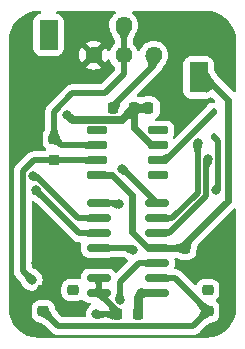
<source format=gbr>
%TF.GenerationSoftware,KiCad,Pcbnew,(7.0.0-rc2-224-g3ecd6ec186)*%
%TF.CreationDate,2023-02-20T11:58:51+01:00*%
%TF.ProjectId,TA726,54413732-362e-46b6-9963-61645f706362,rev?*%
%TF.SameCoordinates,Original*%
%TF.FileFunction,Copper,L1,Top*%
%TF.FilePolarity,Positive*%
%FSLAX46Y46*%
G04 Gerber Fmt 4.6, Leading zero omitted, Abs format (unit mm)*
G04 Created by KiCad (PCBNEW (7.0.0-rc2-224-g3ecd6ec186)) date 2023-02-20 11:58:51*
%MOMM*%
%LPD*%
G01*
G04 APERTURE LIST*
G04 Aperture macros list*
%AMRoundRect*
0 Rectangle with rounded corners*
0 $1 Rounding radius*
0 $2 $3 $4 $5 $6 $7 $8 $9 X,Y pos of 4 corners*
0 Add a 4 corners polygon primitive as box body*
4,1,4,$2,$3,$4,$5,$6,$7,$8,$9,$2,$3,0*
0 Add four circle primitives for the rounded corners*
1,1,$1+$1,$2,$3*
1,1,$1+$1,$4,$5*
1,1,$1+$1,$6,$7*
1,1,$1+$1,$8,$9*
0 Add four rect primitives between the rounded corners*
20,1,$1+$1,$2,$3,$4,$5,0*
20,1,$1+$1,$4,$5,$6,$7,0*
20,1,$1+$1,$6,$7,$8,$9,0*
20,1,$1+$1,$8,$9,$2,$3,0*%
G04 Aperture macros list end*
%TA.AperFunction,SMDPad,CuDef*%
%ADD10RoundRect,0.218750X-0.256250X0.218750X-0.256250X-0.218750X0.256250X-0.218750X0.256250X0.218750X0*%
%TD*%
%TA.AperFunction,ComponentPad*%
%ADD11C,1.440000*%
%TD*%
%TA.AperFunction,SMDPad,CuDef*%
%ADD12RoundRect,0.250000X-0.550000X1.050000X-0.550000X-1.050000X0.550000X-1.050000X0.550000X1.050000X0*%
%TD*%
%TA.AperFunction,SMDPad,CuDef*%
%ADD13RoundRect,0.218750X0.256250X-0.218750X0.256250X0.218750X-0.256250X0.218750X-0.256250X-0.218750X0*%
%TD*%
%TA.AperFunction,SMDPad,CuDef*%
%ADD14RoundRect,0.218750X-0.218750X-0.256250X0.218750X-0.256250X0.218750X0.256250X-0.218750X0.256250X0*%
%TD*%
%TA.AperFunction,SMDPad,CuDef*%
%ADD15RoundRect,0.218750X0.218750X0.256250X-0.218750X0.256250X-0.218750X-0.256250X0.218750X-0.256250X0*%
%TD*%
%TA.AperFunction,SMDPad,CuDef*%
%ADD16RoundRect,0.150000X-0.725000X-0.150000X0.725000X-0.150000X0.725000X0.150000X-0.725000X0.150000X0*%
%TD*%
%TA.AperFunction,SMDPad,CuDef*%
%ADD17RoundRect,0.150000X-0.825000X-0.150000X0.825000X-0.150000X0.825000X0.150000X-0.825000X0.150000X0*%
%TD*%
%TA.AperFunction,SMDPad,CuDef*%
%ADD18RoundRect,0.112500X0.112500X-0.187500X0.112500X0.187500X-0.112500X0.187500X-0.112500X-0.187500X0*%
%TD*%
%TA.AperFunction,ViaPad*%
%ADD19C,0.800000*%
%TD*%
%TA.AperFunction,Conductor*%
%ADD20C,0.500000*%
%TD*%
%TA.AperFunction,Conductor*%
%ADD21C,0.600000*%
%TD*%
%TA.AperFunction,Conductor*%
%ADD22C,0.800000*%
%TD*%
%TA.AperFunction,Conductor*%
%ADD23C,0.700000*%
%TD*%
G04 APERTURE END LIST*
D10*
%TO.P,R2,1*%
%TO.N,GND*%
X204495400Y-101741400D03*
%TO.P,R2,2*%
%TO.N,Net-(U1-B3)*%
X204495400Y-103541400D03*
%TD*%
%TO.P,R5,1*%
%TO.N,Net-(D1-K)*%
X218414600Y-101741400D03*
%TO.P,R5,2*%
%TO.N,Net-(U1-B3)*%
X218414600Y-103541400D03*
%TD*%
D11*
%TO.P,RV1,1,1*%
%TO.N,Net-(R1-Pad1)*%
X213842600Y-81864200D03*
%TO.P,RV1,2,2*%
%TO.N,Net-(U2--)*%
X211302600Y-79324200D03*
X211302600Y-81864200D03*
%TO.P,RV1,3,3*%
%TO.N,GND*%
X208762600Y-81864200D03*
%TD*%
D12*
%TO.P,C13,1*%
%TO.N,GND*%
X217653307Y-80150000D03*
%TO.P,C13,2*%
%TO.N,VEE*%
X217653307Y-83750000D03*
%TD*%
D13*
%TO.P,C1,1*%
%TO.N,/B2*%
X205409800Y-90739800D03*
%TO.P,C1,2*%
%TO.N,Net-(U2--)*%
X205409800Y-88939800D03*
%TD*%
D14*
%TO.P,C2,1*%
%TO.N,VEE*%
X216500000Y-98200000D03*
%TO.P,C2,2*%
%TO.N,GND*%
X218300000Y-98200000D03*
%TD*%
D12*
%TO.P,C12,1*%
%TO.N,VCC*%
X204950000Y-80150000D03*
%TO.P,C12,2*%
%TO.N,GND*%
X204950000Y-83750000D03*
%TD*%
D15*
%TO.P,R4,1*%
%TO.N,VCC*%
X212500000Y-103809800D03*
%TO.P,R4,2*%
%TO.N,/B2*%
X210700000Y-103809800D03*
%TD*%
D14*
%TO.P,C3,1*%
%TO.N,VCC*%
X213400000Y-86334600D03*
%TO.P,C3,2*%
%TO.N,GND*%
X215200000Y-86334600D03*
%TD*%
%TO.P,R1,1*%
%TO.N,Net-(R1-Pad1)*%
X210377200Y-86334600D03*
%TO.P,R1,2*%
%TO.N,VCC*%
X212177200Y-86334600D03*
%TD*%
D16*
%TO.P,U2,1,NULL*%
%TO.N,unconnected-(U2-NULL-Pad1)*%
X209050000Y-88230000D03*
%TO.P,U2,2,-*%
%TO.N,Net-(U2--)*%
X209050000Y-89500000D03*
%TO.P,U2,3,+*%
%TO.N,/B2*%
X209050000Y-90770000D03*
%TO.P,U2,4,V-*%
%TO.N,VEE*%
X209050000Y-92040000D03*
%TO.P,U2,5,NULL*%
%TO.N,unconnected-(U2-NULL-Pad5)*%
X214200000Y-92040000D03*
%TO.P,U2,6*%
%TO.N,Net-(D1-A)*%
X214200000Y-90770000D03*
%TO.P,U2,7,V+*%
%TO.N,VCC*%
X214200000Y-89500000D03*
%TO.P,U2,8,NC*%
%TO.N,unconnected-(U2-NC-Pad8)*%
X214200000Y-88230000D03*
%TD*%
D10*
%TO.P,R3,1*%
%TO.N,Net-(U1-E3)*%
X207010000Y-101741400D03*
%TO.P,R3,2*%
%TO.N,GND*%
X207010000Y-103541400D03*
%TD*%
D17*
%TO.P,U1,1,C1*%
%TO.N,/C1*%
X209175000Y-94390000D03*
%TO.P,U1,2,B1*%
%TO.N,/B1*%
X209175000Y-95660000D03*
%TO.P,U1,3,E1*%
%TO.N,/E1*%
X209175000Y-96930000D03*
%TO.P,U1,4,SUB_2*%
%TO.N,Net-(J1-Pin_10)*%
X209175000Y-98200000D03*
%TO.P,U1,5,E2*%
%TO.N,GND*%
X209175000Y-99470000D03*
%TO.P,U1,6,B2*%
%TO.N,/B2*%
X209175000Y-100740000D03*
%TO.P,U1,7,C2*%
X209175000Y-102010000D03*
%TO.P,U1,8,C3*%
%TO.N,VCC*%
X214125000Y-102010000D03*
%TO.P,U1,9,B3*%
%TO.N,Net-(U1-B3)*%
X214125000Y-100740000D03*
%TO.P,U1,10,E3*%
%TO.N,Net-(U1-E3)*%
X214125000Y-99470000D03*
%TO.P,U1,11,SUB*%
%TO.N,VEE*%
X214125000Y-98200000D03*
%TO.P,U1,12,E4*%
%TO.N,/E2*%
X214125000Y-96930000D03*
%TO.P,U1,13,B4*%
%TO.N,/B4*%
X214125000Y-95660000D03*
%TO.P,U1,14,C4*%
%TO.N,/C2*%
X214125000Y-94390000D03*
%TD*%
D18*
%TO.P,D1,1,K*%
%TO.N,Net-(D1-K)*%
X218950000Y-88800000D03*
%TO.P,D1,2,A*%
%TO.N,Net-(D1-A)*%
X218950000Y-86700000D03*
%TD*%
D19*
%TO.N,Net-(D1-K)*%
X219150500Y-93296583D03*
X218414600Y-101741400D03*
%TO.N,/B4*%
X217551399Y-89331800D03*
%TO.N,/B1*%
X203602170Y-92066322D03*
%TO.N,/E1*%
X203848512Y-93249888D03*
%TO.N,/C1*%
X210892336Y-94500109D03*
%TO.N,/E2*%
X218450999Y-90650000D03*
%TO.N,/C2*%
X211171812Y-91494588D03*
%TO.N,VCC*%
X206502000Y-86893400D03*
X204950000Y-80150000D03*
X212797600Y-102010000D03*
%TO.N,GND*%
X217653305Y-80150001D03*
X207035400Y-103555800D03*
X215200001Y-86334602D03*
X203860400Y-99430000D03*
X204950000Y-83750000D03*
X218299998Y-98200000D03*
%TO.N,Net-(U1-E3)*%
X207010000Y-101741398D03*
X210972400Y-102590600D03*
%TO.N,/B2*%
X208991200Y-103784400D03*
X203517500Y-100876100D03*
%TO.N,Net-(J1-Pin_10)*%
X212090000Y-98348800D03*
%TD*%
D20*
%TO.N,Net-(U2--)*%
X209677000Y-85090000D02*
X211302600Y-83464400D01*
X205409800Y-86639400D02*
X206959200Y-85090000D01*
X205970000Y-89500000D02*
X205409800Y-88939800D01*
X205409800Y-88939800D02*
X205409800Y-86639400D01*
X211302600Y-83464400D02*
X211302600Y-79324200D01*
X209050000Y-89500000D02*
X205970000Y-89500000D01*
X206959200Y-85090000D02*
X209677000Y-85090000D01*
%TO.N,Net-(D1-K)*%
X218950000Y-88800000D02*
X219300499Y-89150499D01*
X219300499Y-89150499D02*
X219300499Y-93146584D01*
X219300499Y-93146584D02*
X219150500Y-93296583D01*
%TO.N,Net-(D1-A)*%
X214880000Y-90770000D02*
X218950000Y-86700000D01*
X214200000Y-90770000D02*
X214880000Y-90770000D01*
%TO.N,/B4*%
X214125000Y-95660000D02*
X215390000Y-95660000D01*
X215390000Y-95660000D02*
X217551399Y-93498601D01*
X217551399Y-93498601D02*
X217551399Y-89331800D01*
%TO.N,/B1*%
X209175000Y-95660000D02*
X207460000Y-95660000D01*
X203866322Y-92066322D02*
X203602170Y-92066322D01*
X207460000Y-95660000D02*
X203866322Y-92066322D01*
%TO.N,/E1*%
X209095000Y-96950000D02*
X207548624Y-96950000D01*
X209145000Y-96900000D02*
X209095000Y-96950000D01*
X207548624Y-96950000D02*
X203848512Y-93249888D01*
%TO.N,/C1*%
X210782227Y-94390000D02*
X209175000Y-94390000D01*
X210892336Y-94500109D02*
X210782227Y-94390000D01*
D21*
%TO.N,VEE*%
X220100000Y-94200000D02*
X220100000Y-85624695D01*
X216500000Y-97800000D02*
X220100000Y-94200000D01*
X211963000Y-93713000D02*
X210290000Y-92040000D01*
X216500000Y-98200000D02*
X216500000Y-97800000D01*
X213354707Y-98200000D02*
X211963000Y-96808293D01*
X218225305Y-83750000D02*
X217653307Y-83750000D01*
X214125000Y-98200000D02*
X216500000Y-98200000D01*
X220100000Y-85624695D02*
X218225305Y-83750000D01*
X211963000Y-96808293D02*
X211963000Y-93713000D01*
X210290000Y-92040000D02*
X209050000Y-92040000D01*
X214125000Y-98200000D02*
X213354707Y-98200000D01*
D20*
%TO.N,/E2*%
X218301000Y-93748458D02*
X218301000Y-90799999D01*
X218301000Y-90799999D02*
X218450999Y-90650000D01*
X215119458Y-96930000D02*
X218301000Y-93748458D01*
X214125000Y-96930000D02*
X215119458Y-96930000D01*
%TO.N,/C2*%
X214125000Y-94390000D02*
X211229588Y-91494588D01*
X211229588Y-91494588D02*
X211171812Y-91494588D01*
D22*
%TO.N,VCC*%
X212500000Y-103809800D02*
X212500000Y-102307600D01*
D21*
X212797600Y-102010000D02*
X214125000Y-102010000D01*
D23*
X212177200Y-86334600D02*
X211487465Y-87024335D01*
D21*
X213675761Y-89500000D02*
X212177200Y-88001439D01*
D23*
X211152200Y-87359600D02*
X206968200Y-87359600D01*
D22*
X212177200Y-86334598D02*
X213399998Y-86334598D01*
D23*
X211487465Y-87024335D02*
X211152200Y-87359600D01*
D22*
X212500000Y-102307600D02*
X212797600Y-102010000D01*
D21*
X212177200Y-88001439D02*
X212177200Y-86334600D01*
D23*
X206968200Y-87359600D02*
X206502000Y-86893400D01*
D21*
X214200000Y-89500000D02*
X213675761Y-89500000D01*
D23*
X211487465Y-87024335D02*
X212177200Y-86334598D01*
D20*
%TO.N,GND*%
X217653307Y-80150000D02*
X217653306Y-80150001D01*
X215200001Y-86334601D02*
X215200001Y-86334602D01*
X215200000Y-86334600D02*
X215200001Y-86334601D01*
X204495400Y-101741400D02*
X206766800Y-99470000D01*
X206766800Y-99470000D02*
X209175000Y-99470000D01*
X217653306Y-80150001D02*
X217653305Y-80150001D01*
X218300000Y-98200000D02*
X218299998Y-98200000D01*
%TO.N,Net-(R1-Pad1)*%
X210377200Y-86156800D02*
X213842600Y-82691400D01*
X213842600Y-82691400D02*
X213842600Y-81864200D01*
%TO.N,Net-(U1-B3)*%
X218414600Y-103541400D02*
X215613200Y-100740000D01*
X217181000Y-104775000D02*
X205729000Y-104775000D01*
X205729000Y-104775000D02*
X204495400Y-103541400D01*
X218414600Y-103541400D02*
X217181000Y-104775000D01*
X215613200Y-100740000D02*
X214125000Y-100740000D01*
%TO.N,Net-(U1-E3)*%
X214125000Y-99470000D02*
X212576575Y-99470000D01*
X212576575Y-99470000D02*
X210972400Y-101074175D01*
X210972400Y-101074175D02*
X210972400Y-102590600D01*
%TO.N,/B2*%
X202750000Y-100108600D02*
X202750000Y-91706100D01*
X202750000Y-91706100D02*
X203686100Y-90770000D01*
X210700000Y-103809800D02*
X209016600Y-103809800D01*
X209016600Y-103809800D02*
X208991200Y-103784400D01*
X209175000Y-102010000D02*
X209175000Y-100740000D01*
X203517500Y-100876100D02*
X202750000Y-100108600D01*
X210700000Y-103809800D02*
X210700000Y-103535000D01*
X210700000Y-103535000D02*
X209175000Y-102010000D01*
X203686100Y-90770000D02*
X209050000Y-90770000D01*
%TO.N,Net-(J1-Pin_10)*%
X211937600Y-98196400D02*
X212090000Y-98348800D01*
X209178600Y-98196400D02*
X211937600Y-98196400D01*
%TD*%
%TA.AperFunction,Conductor*%
%TO.N,Net-(U1-E3)*%
G36*
X211219521Y-101793712D02*
G01*
X211223240Y-101801392D01*
X211237958Y-101990476D01*
X211237959Y-101990483D01*
X211238000Y-101991007D01*
X211238135Y-101991514D01*
X211238136Y-101991520D01*
X211275127Y-102130535D01*
X211275131Y-102130547D01*
X211275199Y-102130803D01*
X211275299Y-102131072D01*
X211319401Y-102249861D01*
X211319740Y-102250924D01*
X211356525Y-102389159D01*
X211356883Y-102391260D01*
X211371421Y-102578023D01*
X211370182Y-102584240D01*
X211365883Y-102588898D01*
X211359785Y-102590631D01*
X210972429Y-102591599D01*
X210972371Y-102591599D01*
X210585014Y-102590631D01*
X210578916Y-102588898D01*
X210574617Y-102584240D01*
X210573378Y-102578026D01*
X210587917Y-102391250D01*
X210588272Y-102389168D01*
X210625059Y-102250919D01*
X210625397Y-102249861D01*
X210669600Y-102130803D01*
X210706800Y-101991007D01*
X210721559Y-101801392D01*
X210725279Y-101793712D01*
X210733225Y-101790600D01*
X211211575Y-101790600D01*
X211219521Y-101793712D01*
G37*
%TD.AperFunction*%
%TD*%
%TA.AperFunction,Conductor*%
%TO.N,Net-(U1-B3)*%
G36*
X215040000Y-100456000D02*
G01*
X215130000Y-100469000D01*
X215220000Y-100478999D01*
X215310000Y-100485999D01*
X215387755Y-100489455D01*
X215388820Y-100489503D01*
X215396755Y-100493104D01*
X215400000Y-100501191D01*
X215400000Y-100978809D01*
X215396755Y-100986896D01*
X215388819Y-100990496D01*
X215373072Y-100991196D01*
X215310084Y-100993996D01*
X215310065Y-100993997D01*
X215310000Y-100994000D01*
X215309947Y-100994004D01*
X215309932Y-100994005D01*
X215220074Y-101000994D01*
X215220060Y-101000995D01*
X215220000Y-101001000D01*
X215219923Y-101001008D01*
X215219908Y-101001010D01*
X215130095Y-101010988D01*
X215130068Y-101010991D01*
X215130000Y-101010999D01*
X215129930Y-101011009D01*
X215129923Y-101011010D01*
X215040082Y-101023987D01*
X215040071Y-101023988D01*
X215040000Y-101023999D01*
X215039942Y-101024009D01*
X215039900Y-101024016D01*
X214953091Y-101039450D01*
X214947049Y-101038928D01*
X214154278Y-100750997D01*
X214148690Y-100746714D01*
X214146572Y-100740000D01*
X214148690Y-100733286D01*
X214154278Y-100729003D01*
X214947051Y-100441070D01*
X214953089Y-100440549D01*
X215040000Y-100456000D01*
G37*
%TD.AperFunction*%
%TD*%
%TA.AperFunction,Conductor*%
%TO.N,/B2*%
G36*
X209155073Y-103419357D02*
G01*
X209296168Y-103478272D01*
X209379401Y-103509871D01*
X209406450Y-103520141D01*
X209406453Y-103520142D01*
X209406772Y-103520263D01*
X209505616Y-103545038D01*
X209622231Y-103556812D01*
X209715098Y-103558504D01*
X209774661Y-103559591D01*
X209782796Y-103563092D01*
X209786148Y-103571289D01*
X209786148Y-104048839D01*
X209782986Y-104056838D01*
X209775210Y-104060513D01*
X209731238Y-104063383D01*
X209588056Y-104072728D01*
X209588050Y-104072728D01*
X209587603Y-104072758D01*
X209587165Y-104072855D01*
X209587159Y-104072856D01*
X209448632Y-104103605D01*
X209448625Y-104103606D01*
X209448390Y-104103659D01*
X209448168Y-104103727D01*
X209448151Y-104103732D01*
X209329410Y-104140399D01*
X209328493Y-104140642D01*
X209190620Y-104171246D01*
X209188847Y-104171499D01*
X209003630Y-104183588D01*
X208997472Y-104182295D01*
X208992875Y-104177998D01*
X208991168Y-104171945D01*
X208990205Y-103786750D01*
X208991104Y-103782229D01*
X209139768Y-103425652D01*
X209143468Y-103420855D01*
X209149071Y-103418551D01*
X209155073Y-103419357D01*
G37*
%TD.AperFunction*%
%TD*%
%TA.AperFunction,Conductor*%
%TO.N,/E1*%
G36*
X204138898Y-92976002D02*
G01*
X204139409Y-92976513D01*
X204140026Y-92977180D01*
X204261338Y-93118973D01*
X204262570Y-93120712D01*
X204334298Y-93244456D01*
X204334811Y-93245447D01*
X204387628Y-93360639D01*
X204387748Y-93360900D01*
X204387884Y-93361136D01*
X204387891Y-93361148D01*
X204460022Y-93485586D01*
X204460025Y-93485590D01*
X204460295Y-93486056D01*
X204460642Y-93486462D01*
X204460646Y-93486467D01*
X204492578Y-93523789D01*
X204583937Y-93630572D01*
X204586738Y-93638631D01*
X204583320Y-93646450D01*
X204245074Y-93984696D01*
X204237255Y-93988114D01*
X204229196Y-93985313D01*
X204147474Y-93915395D01*
X204085091Y-93862022D01*
X204085086Y-93862018D01*
X204084680Y-93861671D01*
X204084214Y-93861401D01*
X204084210Y-93861398D01*
X203959772Y-93789267D01*
X203959760Y-93789260D01*
X203959524Y-93789124D01*
X203959268Y-93789006D01*
X203959263Y-93789004D01*
X203844071Y-93736187D01*
X203843080Y-93735674D01*
X203719336Y-93663946D01*
X203717597Y-93662714D01*
X203575253Y-93540931D01*
X203571733Y-93535659D01*
X203571479Y-93529325D01*
X203574563Y-93523792D01*
X203847805Y-93249181D01*
X204122375Y-92975980D01*
X204130640Y-92972575D01*
X204138898Y-92976002D01*
G37*
%TD.AperFunction*%
%TD*%
%TA.AperFunction,Conductor*%
%TO.N,VCC*%
G36*
X206787582Y-86617730D02*
G01*
X206792843Y-86621854D01*
X206862766Y-86720585D01*
X206864194Y-86723296D01*
X206903376Y-86829472D01*
X206903422Y-86829598D01*
X206936136Y-86921478D01*
X206993943Y-86985546D01*
X207099591Y-87007653D01*
X207106276Y-87011728D01*
X207108895Y-87019105D01*
X207108895Y-87696086D01*
X207107036Y-87702414D01*
X207102049Y-87706731D01*
X207095520Y-87707665D01*
X206902013Y-87679674D01*
X206897696Y-87678144D01*
X206769630Y-87601776D01*
X206767152Y-87599799D01*
X206665484Y-87493114D01*
X206665410Y-87493036D01*
X206542016Y-87374171D01*
X206541393Y-87373812D01*
X206357806Y-87268066D01*
X206352573Y-87261707D01*
X206352826Y-87253476D01*
X206500105Y-86895573D01*
X206502663Y-86891742D01*
X206775039Y-86620326D01*
X206780922Y-86617159D01*
X206787582Y-86617730D01*
G37*
%TD.AperFunction*%
%TD*%
%TA.AperFunction,Conductor*%
%TO.N,VCC*%
G36*
X211902847Y-86060203D02*
G01*
X212039480Y-86196154D01*
X212177907Y-86333891D01*
X212177949Y-86333933D01*
X212451592Y-86608948D01*
X212454630Y-86614289D01*
X212454542Y-86620434D01*
X212451352Y-86625687D01*
X212316180Y-86753961D01*
X212315641Y-86754442D01*
X212207812Y-86844802D01*
X212207508Y-86845048D01*
X212111436Y-86920239D01*
X212111402Y-86920266D01*
X212111377Y-86920286D01*
X212111357Y-86920302D01*
X212111322Y-86920331D01*
X212003245Y-87010900D01*
X212003227Y-87010915D01*
X212003128Y-87010999D01*
X212003034Y-87011087D01*
X212003014Y-87011106D01*
X211867270Y-87139926D01*
X211859063Y-87143138D01*
X211850943Y-87139712D01*
X211372087Y-86660856D01*
X211368661Y-86652736D01*
X211371872Y-86644530D01*
X211500799Y-86508670D01*
X211591512Y-86400421D01*
X211666758Y-86304275D01*
X211666994Y-86303984D01*
X211757375Y-86196128D01*
X211757810Y-86195641D01*
X211886112Y-86060442D01*
X211891363Y-86057254D01*
X211897508Y-86057166D01*
X211902847Y-86060203D01*
G37*
%TD.AperFunction*%
%TD*%
%TA.AperFunction,Conductor*%
%TO.N,/C1*%
G36*
X210886361Y-94101842D02*
G01*
X210890745Y-94106123D01*
X210892365Y-94112033D01*
X210893330Y-94497753D01*
X210892429Y-94502284D01*
X210744014Y-94858263D01*
X210740148Y-94863186D01*
X210734298Y-94865411D01*
X210728138Y-94864302D01*
X210588573Y-94797075D01*
X210587661Y-94796585D01*
X210482382Y-94733852D01*
X210482258Y-94733778D01*
X210482139Y-94733714D01*
X210482119Y-94733703D01*
X210390025Y-94684433D01*
X210390026Y-94684433D01*
X210389489Y-94684146D01*
X210388912Y-94683978D01*
X210388906Y-94683976D01*
X210278159Y-94651826D01*
X210278151Y-94651824D01*
X210277560Y-94651653D01*
X210276940Y-94651608D01*
X210276936Y-94651608D01*
X210125105Y-94640775D01*
X210117376Y-94637078D01*
X210114238Y-94629105D01*
X210114238Y-94151451D01*
X210117576Y-94143267D01*
X210125686Y-94139754D01*
X210307353Y-94135851D01*
X210444224Y-94125958D01*
X210562204Y-94114164D01*
X210562469Y-94114141D01*
X210698952Y-94104276D01*
X210699515Y-94104250D01*
X210880414Y-94100365D01*
X210886361Y-94101842D01*
G37*
%TD.AperFunction*%
%TD*%
%TA.AperFunction,Conductor*%
%TO.N,Net-(U1-B3)*%
G36*
X204969023Y-103400920D02*
G01*
X204974851Y-103406339D01*
X205043922Y-103540693D01*
X205050317Y-103553131D01*
X205130233Y-103697331D01*
X205210151Y-103830281D01*
X205290068Y-103951981D01*
X205290128Y-103952064D01*
X205290146Y-103952090D01*
X205364138Y-104054353D01*
X205366322Y-104062140D01*
X205362932Y-104069484D01*
X205023757Y-104408659D01*
X205016193Y-104412064D01*
X205008273Y-104409600D01*
X204876088Y-104306152D01*
X204875981Y-104306068D01*
X204839486Y-104280430D01*
X204735646Y-104207480D01*
X204735628Y-104207468D01*
X204735531Y-104207400D01*
X204735412Y-104207326D01*
X204735400Y-104207318D01*
X204595242Y-104120084D01*
X204595236Y-104120081D01*
X204595081Y-104119984D01*
X204540895Y-104090599D01*
X204454805Y-104043911D01*
X204454796Y-104043906D01*
X204454631Y-104043817D01*
X204380268Y-104009446D01*
X204324361Y-103983605D01*
X204318377Y-103977255D01*
X204318451Y-103968531D01*
X204492574Y-103545834D01*
X204495535Y-103541624D01*
X204500018Y-103539092D01*
X204961079Y-103400483D01*
X204969023Y-103400920D01*
G37*
%TD.AperFunction*%
%TD*%
%TA.AperFunction,Conductor*%
%TO.N,/B2*%
G36*
X210372468Y-103380318D02*
G01*
X210695561Y-103802691D01*
X210697968Y-103809800D01*
X210695561Y-103816909D01*
X210372468Y-104239281D01*
X210365567Y-104243625D01*
X210357504Y-104242406D01*
X210258268Y-104187411D01*
X210258068Y-104187300D01*
X210257866Y-104187209D01*
X210257854Y-104187203D01*
X210150045Y-104138659D01*
X210150028Y-104138652D01*
X210149801Y-104138550D01*
X210149553Y-104138464D01*
X210041786Y-104101137D01*
X210041780Y-104101135D01*
X210041534Y-104101050D01*
X210041278Y-104100988D01*
X210041275Y-104100987D01*
X209933552Y-104074869D01*
X209933550Y-104074868D01*
X209933267Y-104074800D01*
X209932982Y-104074760D01*
X209932969Y-104074758D01*
X209835094Y-104061198D01*
X209827877Y-104057294D01*
X209825000Y-104049609D01*
X209825000Y-103569991D01*
X209827877Y-103562306D01*
X209835094Y-103558402D01*
X209896694Y-103549866D01*
X209933267Y-103544800D01*
X210041534Y-103518550D01*
X210149801Y-103481050D01*
X210258068Y-103432300D01*
X210357506Y-103377192D01*
X210365567Y-103375974D01*
X210372468Y-103380318D01*
G37*
%TD.AperFunction*%
%TD*%
%TA.AperFunction,Conductor*%
%TO.N,/B2*%
G36*
X203136814Y-100140673D02*
G01*
X203232496Y-100222534D01*
X203280919Y-100263964D01*
X203280922Y-100263966D01*
X203281331Y-100264316D01*
X203281798Y-100264587D01*
X203281800Y-100264588D01*
X203406237Y-100336718D01*
X203406242Y-100336720D01*
X203406486Y-100336862D01*
X203406746Y-100336981D01*
X203521938Y-100389798D01*
X203522929Y-100390311D01*
X203646674Y-100462040D01*
X203648413Y-100463272D01*
X203790758Y-100585057D01*
X203794278Y-100590328D01*
X203794532Y-100596662D01*
X203791446Y-100602198D01*
X203518249Y-100876765D01*
X203518207Y-100876807D01*
X203243598Y-101150046D01*
X203238062Y-101153132D01*
X203231728Y-101152878D01*
X203226456Y-101149358D01*
X203104672Y-101007013D01*
X203103440Y-101005274D01*
X203031711Y-100881529D01*
X203031198Y-100880538D01*
X202978381Y-100765346D01*
X202978262Y-100765086D01*
X202905716Y-100639931D01*
X202782073Y-100495414D01*
X202779273Y-100487356D01*
X202782690Y-100479538D01*
X203120938Y-100141290D01*
X203128756Y-100137873D01*
X203136814Y-100140673D01*
G37*
%TD.AperFunction*%
%TD*%
%TA.AperFunction,Conductor*%
%TO.N,Net-(R1-Pad1)*%
G36*
X213842935Y-81864389D02*
G01*
X213846738Y-81866933D01*
X214126594Y-82147568D01*
X214343791Y-82365369D01*
X214347204Y-82373405D01*
X214344104Y-82381566D01*
X214149753Y-82592166D01*
X214149744Y-82592176D01*
X214149573Y-82592362D01*
X214149422Y-82592559D01*
X214149413Y-82592571D01*
X214021033Y-82761178D01*
X214021013Y-82761204D01*
X214020948Y-82761291D01*
X214020889Y-82761377D01*
X214020861Y-82761416D01*
X213917004Y-82913259D01*
X213916656Y-82913742D01*
X213788538Y-83082007D01*
X213787827Y-83082854D01*
X213594321Y-83292541D01*
X213589052Y-83295822D01*
X213582846Y-83295947D01*
X213577450Y-83292879D01*
X213239235Y-82954664D01*
X213235870Y-82947591D01*
X213237720Y-82939982D01*
X213368966Y-82739627D01*
X213360194Y-82556946D01*
X213272203Y-82370047D01*
X213171643Y-82150480D01*
X213170745Y-82147568D01*
X213124918Y-81877846D01*
X213125728Y-81871211D01*
X213130038Y-81866102D01*
X213136440Y-81864186D01*
X213838447Y-81863497D01*
X213842935Y-81864389D01*
G37*
%TD.AperFunction*%
%TD*%
%TA.AperFunction,Conductor*%
%TO.N,Net-(U2--)*%
G36*
X205658024Y-88067156D02*
G01*
X205662230Y-88073275D01*
X205697300Y-88195567D01*
X205734800Y-88315084D01*
X205734829Y-88315170D01*
X205734836Y-88315189D01*
X205772259Y-88423235D01*
X205772271Y-88423269D01*
X205772300Y-88423351D01*
X205809800Y-88520368D01*
X205809856Y-88520496D01*
X205843624Y-88597728D01*
X205844232Y-88605341D01*
X205840013Y-88611708D01*
X205416909Y-88935361D01*
X205409800Y-88937768D01*
X205402691Y-88935361D01*
X204979586Y-88611708D01*
X204975367Y-88605341D01*
X204975974Y-88597730D01*
X205009800Y-88520368D01*
X205047300Y-88423351D01*
X205084800Y-88315084D01*
X205122300Y-88195567D01*
X205157369Y-88073275D01*
X205161576Y-88067156D01*
X205168617Y-88064800D01*
X205650983Y-88064800D01*
X205658024Y-88067156D01*
G37*
%TD.AperFunction*%
%TD*%
%TA.AperFunction,Conductor*%
%TO.N,VCC*%
G36*
X211747471Y-86156618D02*
G01*
X212171403Y-86333187D01*
X212175578Y-86336135D01*
X212178098Y-86340580D01*
X212318717Y-86802374D01*
X212318776Y-86808990D01*
X212315237Y-86814580D01*
X212205437Y-86910842D01*
X212205203Y-86911041D01*
X212089882Y-87006906D01*
X212089632Y-87007108D01*
X211974321Y-87097728D01*
X211974054Y-87097932D01*
X211858735Y-87183320D01*
X211858450Y-87183524D01*
X211751059Y-87258163D01*
X211743342Y-87260210D01*
X211736109Y-87256829D01*
X211255162Y-86775884D01*
X211251768Y-86768493D01*
X211254012Y-86760676D01*
X211346341Y-86635249D01*
X211346416Y-86635148D01*
X211444711Y-86506866D01*
X211543016Y-86383817D01*
X211543070Y-86383751D01*
X211641290Y-86266053D01*
X211641443Y-86265875D01*
X211734162Y-86159721D01*
X211740316Y-86156025D01*
X211747471Y-86156618D01*
G37*
%TD.AperFunction*%
%TD*%
%TA.AperFunction,Conductor*%
%TO.N,VCC*%
G36*
X211747471Y-86156618D02*
G01*
X212171403Y-86333187D01*
X212175578Y-86336135D01*
X212178098Y-86340580D01*
X212318718Y-86802374D01*
X212318777Y-86808990D01*
X212315238Y-86814580D01*
X212205438Y-86910842D01*
X212205204Y-86911041D01*
X212089883Y-87006906D01*
X212089633Y-87007108D01*
X211974321Y-87097728D01*
X211974054Y-87097932D01*
X211858735Y-87183320D01*
X211858450Y-87183524D01*
X211751059Y-87258163D01*
X211743342Y-87260210D01*
X211736109Y-87256829D01*
X211255163Y-86775883D01*
X211251769Y-86768492D01*
X211254013Y-86760675D01*
X211346342Y-86635248D01*
X211346417Y-86635147D01*
X211444711Y-86506866D01*
X211543017Y-86383816D01*
X211543071Y-86383750D01*
X211641290Y-86266053D01*
X211641443Y-86265875D01*
X211734162Y-86159721D01*
X211740316Y-86156025D01*
X211747471Y-86156618D01*
G37*
%TD.AperFunction*%
%TD*%
%TA.AperFunction,Conductor*%
%TO.N,VCC*%
G36*
X211902847Y-86060203D02*
G01*
X212039480Y-86196154D01*
X212177907Y-86333891D01*
X212177949Y-86333933D01*
X212451592Y-86608948D01*
X212454630Y-86614289D01*
X212454542Y-86620434D01*
X212451352Y-86625687D01*
X212316180Y-86753961D01*
X212315641Y-86754442D01*
X212207812Y-86844802D01*
X212207508Y-86845048D01*
X212111436Y-86920238D01*
X212111402Y-86920265D01*
X212111377Y-86920285D01*
X212111357Y-86920301D01*
X212111322Y-86920330D01*
X212003245Y-87010899D01*
X212003227Y-87010914D01*
X212003128Y-87010998D01*
X212003034Y-87011086D01*
X212003014Y-87011105D01*
X211867270Y-87139925D01*
X211859063Y-87143137D01*
X211850943Y-87139711D01*
X211372087Y-86660856D01*
X211368661Y-86652736D01*
X211371872Y-86644530D01*
X211500799Y-86508670D01*
X211591511Y-86400420D01*
X211666757Y-86304274D01*
X211666993Y-86303983D01*
X211757375Y-86196128D01*
X211757810Y-86195641D01*
X211886112Y-86060442D01*
X211891363Y-86057254D01*
X211897508Y-86057166D01*
X211902847Y-86060203D01*
G37*
%TD.AperFunction*%
%TD*%
%TA.AperFunction,Conductor*%
%TO.N,/B2*%
G36*
X209183285Y-100747313D02*
G01*
X209470664Y-101035650D01*
X209473553Y-101040447D01*
X209473881Y-101046039D01*
X209465002Y-101093980D01*
X209464999Y-101094000D01*
X209464999Y-101094001D01*
X209464983Y-101094090D01*
X209454999Y-101151000D01*
X209445017Y-101210895D01*
X209445003Y-101210984D01*
X209445000Y-101211000D01*
X209435000Y-101274000D01*
X209426507Y-101330053D01*
X209422567Y-101337171D01*
X209414939Y-101340000D01*
X208935061Y-101340000D01*
X208927433Y-101337171D01*
X208923493Y-101330053D01*
X208914999Y-101274000D01*
X208904999Y-101211000D01*
X208904996Y-101210984D01*
X208904982Y-101210895D01*
X208895000Y-101151000D01*
X208885000Y-101094000D01*
X208876118Y-101046037D01*
X208876446Y-101040448D01*
X208879334Y-101035651D01*
X209166714Y-100747313D01*
X209171966Y-100744273D01*
X209178034Y-100744273D01*
X209183285Y-100747313D01*
G37*
%TD.AperFunction*%
%TD*%
%TA.AperFunction,Conductor*%
%TO.N,VCC*%
G36*
X212515180Y-86334565D02*
G01*
X212521115Y-86336203D01*
X212525397Y-86340628D01*
X212526840Y-86346615D01*
X212522012Y-86508047D01*
X212521958Y-86508870D01*
X212509622Y-86631301D01*
X212509569Y-86631744D01*
X212494813Y-86737571D01*
X212494807Y-86737615D01*
X212494800Y-86737671D01*
X212494793Y-86737738D01*
X212494789Y-86737774D01*
X212482420Y-86860535D01*
X212482418Y-86860562D01*
X212482400Y-86860743D01*
X212482394Y-86860921D01*
X212482393Y-86860947D01*
X212477539Y-87023250D01*
X212473993Y-87031296D01*
X212465844Y-87034600D01*
X211888556Y-87034600D01*
X211880407Y-87031296D01*
X211876861Y-87023250D01*
X211872006Y-86860947D01*
X211872000Y-86860743D01*
X211859600Y-86737671D01*
X211844829Y-86631738D01*
X211844777Y-86631301D01*
X211832439Y-86508849D01*
X211832388Y-86508068D01*
X211827559Y-86346613D01*
X211829002Y-86340628D01*
X211833284Y-86336203D01*
X211839218Y-86334565D01*
X212177200Y-86333600D01*
X212515180Y-86334565D01*
G37*
%TD.AperFunction*%
%TD*%
%TA.AperFunction,Conductor*%
%TO.N,Net-(R1-Pad1)*%
G36*
X210802117Y-85394630D02*
G01*
X211141418Y-85733931D01*
X211144714Y-85740456D01*
X211143493Y-85747664D01*
X211080994Y-85866106D01*
X211080981Y-85866130D01*
X211080956Y-85866179D01*
X211080932Y-85866226D01*
X211080914Y-85866264D01*
X211014445Y-86003463D01*
X211014418Y-86003519D01*
X211014392Y-86003575D01*
X210947828Y-86152221D01*
X210947810Y-86152262D01*
X210947801Y-86152285D01*
X210881284Y-86312067D01*
X210881243Y-86312168D01*
X210818753Y-86472843D01*
X210812802Y-86479202D01*
X210804106Y-86479687D01*
X210381661Y-86337051D01*
X210377327Y-86334431D01*
X210374507Y-86330225D01*
X210301487Y-86143408D01*
X210194160Y-85868820D01*
X210193988Y-85860774D01*
X210199055Y-85854521D01*
X210311239Y-85787475D01*
X210431921Y-85704101D01*
X210552602Y-85609478D01*
X210673284Y-85503604D01*
X210785696Y-85394506D01*
X210793932Y-85391203D01*
X210802117Y-85394630D01*
G37*
%TD.AperFunction*%
%TD*%
%TA.AperFunction,Conductor*%
%TO.N,VCC*%
G36*
X212515180Y-86334563D02*
G01*
X212521115Y-86336201D01*
X212525397Y-86340626D01*
X212526840Y-86346613D01*
X212522012Y-86508045D01*
X212521958Y-86508868D01*
X212509622Y-86631299D01*
X212509569Y-86631742D01*
X212494813Y-86737569D01*
X212494807Y-86737613D01*
X212494800Y-86737669D01*
X212494793Y-86737736D01*
X212494789Y-86737772D01*
X212482420Y-86860533D01*
X212482418Y-86860560D01*
X212482400Y-86860741D01*
X212482394Y-86860919D01*
X212482393Y-86860945D01*
X212477539Y-87023248D01*
X212473993Y-87031294D01*
X212465844Y-87034598D01*
X211888556Y-87034598D01*
X211880407Y-87031294D01*
X211876861Y-87023248D01*
X211872006Y-86860945D01*
X211872000Y-86860741D01*
X211859600Y-86737669D01*
X211844829Y-86631736D01*
X211844777Y-86631299D01*
X211832439Y-86508847D01*
X211832388Y-86508066D01*
X211827559Y-86346611D01*
X211829002Y-86340626D01*
X211833284Y-86336201D01*
X211839218Y-86334563D01*
X212177200Y-86333598D01*
X212515180Y-86334563D01*
G37*
%TD.AperFunction*%
%TD*%
%TA.AperFunction,Conductor*%
%TO.N,Net-(U1-E3)*%
G36*
X213302948Y-99171070D02*
G01*
X214095722Y-99459003D01*
X214101309Y-99463285D01*
X214103427Y-99469999D01*
X214101309Y-99476713D01*
X214095721Y-99480996D01*
X213302950Y-99768928D01*
X213296908Y-99769450D01*
X213210099Y-99754016D01*
X213210066Y-99754010D01*
X213210000Y-99753999D01*
X213120000Y-99740999D01*
X213119923Y-99740990D01*
X213119904Y-99740988D01*
X213030091Y-99731010D01*
X213030083Y-99731009D01*
X213030000Y-99731000D01*
X213029933Y-99730994D01*
X213029925Y-99730994D01*
X212940067Y-99724005D01*
X212940055Y-99724004D01*
X212940000Y-99724000D01*
X212939930Y-99723996D01*
X212939915Y-99723996D01*
X212879350Y-99721304D01*
X212861180Y-99720496D01*
X212853245Y-99716896D01*
X212850000Y-99708809D01*
X212850000Y-99231191D01*
X212853245Y-99223104D01*
X212861180Y-99219503D01*
X212862197Y-99219457D01*
X212940000Y-99215999D01*
X213030000Y-99208999D01*
X213120000Y-99199000D01*
X213210000Y-99186000D01*
X213296910Y-99170549D01*
X213302948Y-99171070D01*
G37*
%TD.AperFunction*%
%TD*%
%TA.AperFunction,Conductor*%
%TO.N,VEE*%
G36*
X218459150Y-83299515D02*
G01*
X218608795Y-83557727D01*
X218608870Y-83557856D01*
X218608944Y-83557970D01*
X218608953Y-83557984D01*
X218697006Y-83692939D01*
X218764433Y-83796281D01*
X218919997Y-84004705D01*
X219075560Y-84183130D01*
X219222458Y-84323287D01*
X219225634Y-84328546D01*
X219225706Y-84334691D01*
X219222654Y-84340024D01*
X218809363Y-84753315D01*
X218803391Y-84756514D01*
X218705724Y-84776102D01*
X218705717Y-84776103D01*
X218705283Y-84776191D01*
X218704866Y-84776345D01*
X218704858Y-84776348D01*
X218604090Y-84813750D01*
X218604079Y-84813754D01*
X218603707Y-84813893D01*
X218603351Y-84814085D01*
X218603344Y-84814089D01*
X218502456Y-84868746D01*
X218502451Y-84868748D01*
X218502130Y-84868923D01*
X218501836Y-84869132D01*
X218501827Y-84869138D01*
X218400807Y-84941101D01*
X218400797Y-84941108D01*
X218400554Y-84941282D01*
X218400331Y-84941478D01*
X218400322Y-84941486D01*
X218310342Y-85020935D01*
X218303933Y-85023789D01*
X218297043Y-85022462D01*
X218292151Y-85017433D01*
X217657590Y-83759187D01*
X217656830Y-83750560D01*
X217662208Y-83743774D01*
X218443201Y-83295235D01*
X218452059Y-83294082D01*
X218459150Y-83299515D01*
G37*
%TD.AperFunction*%
%TD*%
%TA.AperFunction,Conductor*%
%TO.N,VCC*%
G36*
X212996177Y-101620362D02*
G01*
X212997595Y-101620523D01*
X213122389Y-101642574D01*
X213136879Y-101645135D01*
X213137632Y-101645294D01*
X213257951Y-101674800D01*
X213378695Y-101696135D01*
X213397957Y-101699539D01*
X213397959Y-101699539D01*
X213398303Y-101699600D01*
X213586510Y-101709421D01*
X213594386Y-101713050D01*
X213597600Y-101721105D01*
X213597600Y-102298895D01*
X213594386Y-102306950D01*
X213586510Y-102310578D01*
X213520458Y-102314025D01*
X213398657Y-102320381D01*
X213398648Y-102320381D01*
X213398303Y-102320400D01*
X213397974Y-102320457D01*
X213397957Y-102320460D01*
X213258120Y-102345170D01*
X213258115Y-102345170D01*
X213257951Y-102345200D01*
X213257791Y-102345239D01*
X213257773Y-102345243D01*
X213137630Y-102374705D01*
X213136879Y-102374864D01*
X212997599Y-102399475D01*
X212996173Y-102399637D01*
X212809879Y-102409359D01*
X212803783Y-102408009D01*
X212799250Y-102403717D01*
X212797569Y-102397704D01*
X212796600Y-102010058D01*
X212796600Y-102010000D01*
X212797569Y-101622295D01*
X212799250Y-101616282D01*
X212803783Y-101611990D01*
X212809876Y-101610640D01*
X212996177Y-101620362D01*
G37*
%TD.AperFunction*%
%TD*%
%TA.AperFunction,Conductor*%
%TO.N,Net-(J1-Pin_10)*%
G36*
X210090000Y-97915280D02*
G01*
X210180000Y-97927560D01*
X210270000Y-97936839D01*
X210360000Y-97943119D01*
X210438734Y-97945989D01*
X210438726Y-97945989D01*
X210446723Y-97949560D01*
X210450000Y-97957681D01*
X210450000Y-98435254D01*
X210446771Y-98443324D01*
X210438866Y-98446939D01*
X210412210Y-98448231D01*
X210362485Y-98450641D01*
X210362442Y-98450643D01*
X210362375Y-98450647D01*
X210362317Y-98450651D01*
X210362267Y-98450655D01*
X210274835Y-98457886D01*
X210274778Y-98457891D01*
X210274750Y-98457894D01*
X210274720Y-98457897D01*
X210274675Y-98457902D01*
X210187182Y-98468135D01*
X210187142Y-98468140D01*
X210187126Y-98468142D01*
X210187117Y-98468143D01*
X210187073Y-98468149D01*
X210099585Y-98481376D01*
X210099566Y-98481379D01*
X210099501Y-98481389D01*
X210099440Y-98481400D01*
X210099406Y-98481406D01*
X210014965Y-98497064D01*
X210008916Y-98496585D01*
X209204692Y-98210902D01*
X209199062Y-98206642D01*
X209196908Y-98199918D01*
X209199014Y-98193180D01*
X209204611Y-98188882D01*
X209997095Y-97901054D01*
X210003045Y-97900517D01*
X210090000Y-97915280D01*
G37*
%TD.AperFunction*%
%TD*%
%TA.AperFunction,Conductor*%
%TO.N,/E2*%
G36*
X215140634Y-96556029D02*
G01*
X215144981Y-96558778D01*
X215481294Y-96895091D01*
X215484652Y-96902092D01*
X215482886Y-96909654D01*
X215476776Y-96914445D01*
X215415781Y-96935111D01*
X215415755Y-96935120D01*
X215415685Y-96935144D01*
X215415616Y-96935169D01*
X215415574Y-96935185D01*
X215336870Y-96964843D01*
X215336817Y-96964863D01*
X215336764Y-96964884D01*
X215336702Y-96964909D01*
X215336666Y-96964924D01*
X215257914Y-96997594D01*
X215257859Y-96997617D01*
X215257842Y-96997625D01*
X215257820Y-96997634D01*
X215257774Y-96997655D01*
X215178970Y-97033342D01*
X215178874Y-97033387D01*
X215103250Y-97070510D01*
X215096416Y-97071586D01*
X214133642Y-96932061D01*
X214126741Y-96928437D01*
X214123647Y-96921282D01*
X214104503Y-96641967D01*
X214105710Y-96635936D01*
X214109809Y-96631351D01*
X214115665Y-96629478D01*
X214311157Y-96620970D01*
X214518631Y-96608940D01*
X214726105Y-96593910D01*
X214933579Y-96575880D01*
X215135528Y-96555411D01*
X215140634Y-96556029D01*
G37*
%TD.AperFunction*%
%TD*%
%TA.AperFunction,Conductor*%
%TO.N,/B1*%
G36*
X203893262Y-91791394D02*
G01*
X204018704Y-91911765D01*
X204018718Y-91911778D01*
X204018810Y-91911866D01*
X204118182Y-91998337D01*
X204118237Y-91998382D01*
X204205979Y-92070755D01*
X204206214Y-92070955D01*
X204305228Y-92157114D01*
X204305649Y-92157498D01*
X204430632Y-92277427D01*
X204433790Y-92282686D01*
X204433853Y-92288819D01*
X204430804Y-92294142D01*
X204093022Y-92631924D01*
X204085459Y-92635329D01*
X204077539Y-92632866D01*
X203959172Y-92540251D01*
X203958395Y-92539643D01*
X203957461Y-92539326D01*
X203957458Y-92539325D01*
X203849158Y-92502655D01*
X203849152Y-92502653D01*
X203848450Y-92502416D01*
X203847706Y-92502363D01*
X203847704Y-92502363D01*
X203738597Y-92494661D01*
X203738395Y-92494645D01*
X203612319Y-92483546D01*
X203610050Y-92483117D01*
X203461567Y-92439534D01*
X203456118Y-92436082D01*
X203453327Y-92430266D01*
X203454041Y-92423857D01*
X203600566Y-92067792D01*
X203603134Y-92063952D01*
X203669078Y-91998337D01*
X203876910Y-91791541D01*
X203885055Y-91788136D01*
X203893262Y-91791394D01*
G37*
%TD.AperFunction*%
%TD*%
%TA.AperFunction,Conductor*%
%TO.N,/B4*%
G36*
X215012062Y-95374367D02*
G01*
X215032349Y-95387206D01*
X215049981Y-95398365D01*
X215092559Y-95422312D01*
X215135138Y-95443258D01*
X215135322Y-95443335D01*
X215135323Y-95443336D01*
X215177547Y-95461134D01*
X215177553Y-95461136D01*
X215177716Y-95461205D01*
X215217783Y-95475271D01*
X215222178Y-95478036D01*
X215557580Y-95813438D01*
X215560991Y-95821104D01*
X215558393Y-95829083D01*
X215551121Y-95833270D01*
X215460610Y-95847471D01*
X215460565Y-95847478D01*
X215460558Y-95847480D01*
X215460537Y-95847483D01*
X215460485Y-95847493D01*
X215347369Y-95868236D01*
X215347313Y-95868246D01*
X215347269Y-95868255D01*
X215347231Y-95868262D01*
X215347195Y-95868270D01*
X215234046Y-95892017D01*
X215234035Y-95892019D01*
X215233980Y-95892031D01*
X215233913Y-95892046D01*
X215233881Y-95892054D01*
X215120809Y-95918778D01*
X215120691Y-95918806D01*
X215120628Y-95918822D01*
X215120614Y-95918826D01*
X215010730Y-95947707D01*
X215004130Y-95947515D01*
X214158334Y-95671803D01*
X214152494Y-95667555D01*
X214150260Y-95660687D01*
X214152484Y-95653817D01*
X214158315Y-95649561D01*
X215002165Y-95373133D01*
X215007250Y-95372643D01*
X215012062Y-95374367D01*
G37*
%TD.AperFunction*%
%TD*%
%TA.AperFunction,Conductor*%
%TO.N,Net-(D1-A)*%
G36*
X215107937Y-90198606D02*
G01*
X215444919Y-90535588D01*
X215448209Y-90542074D01*
X215447031Y-90549250D01*
X215441841Y-90554345D01*
X215380200Y-90584888D01*
X215380095Y-90584942D01*
X215303927Y-90625680D01*
X215303884Y-90625703D01*
X215303865Y-90625714D01*
X215303845Y-90625725D01*
X215303817Y-90625741D01*
X215227627Y-90669485D01*
X215227592Y-90669505D01*
X215227576Y-90669515D01*
X215227557Y-90669526D01*
X215227511Y-90669554D01*
X215151320Y-90716297D01*
X215151255Y-90716337D01*
X215077887Y-90764234D01*
X215071552Y-90766137D01*
X214209199Y-90770655D01*
X214201625Y-90767924D01*
X214197608Y-90760945D01*
X214149234Y-90480623D01*
X214150937Y-90472284D01*
X214157839Y-90467307D01*
X214338498Y-90420711D01*
X214529596Y-90368423D01*
X214720693Y-90313134D01*
X214911791Y-90254846D01*
X215096091Y-90195737D01*
X215102417Y-90195507D01*
X215107937Y-90198606D01*
G37*
%TD.AperFunction*%
%TD*%
%TA.AperFunction,Conductor*%
%TO.N,/C2*%
G36*
X211457613Y-91217583D02*
G01*
X211462879Y-91220972D01*
X211585729Y-91358808D01*
X211586698Y-91360056D01*
X211665044Y-91476352D01*
X211665489Y-91477066D01*
X211674183Y-91492218D01*
X211726786Y-91583900D01*
X211805815Y-91701208D01*
X211861020Y-91763148D01*
X211930065Y-91840616D01*
X211933026Y-91848737D01*
X211929604Y-91856674D01*
X211591907Y-92194371D01*
X211583798Y-92197797D01*
X211575596Y-92194599D01*
X211465105Y-92090128D01*
X211465098Y-92090122D01*
X211464878Y-92089914D01*
X211371966Y-92019041D01*
X211282033Y-91970590D01*
X211281765Y-91970480D01*
X211281757Y-91970476D01*
X211171988Y-91925358D01*
X211029717Y-91868525D01*
X211024841Y-91864868D01*
X211022466Y-91859254D01*
X211023236Y-91853210D01*
X211170208Y-91496058D01*
X211172776Y-91492218D01*
X211305601Y-91360056D01*
X211445893Y-91220462D01*
X211451353Y-91217395D01*
X211457613Y-91217583D01*
G37*
%TD.AperFunction*%
%TD*%
%TA.AperFunction,Conductor*%
%TO.N,/B1*%
G36*
X208352948Y-95361070D02*
G01*
X208880470Y-95552664D01*
X209145721Y-95649003D01*
X209151309Y-95653286D01*
X209153427Y-95660000D01*
X209151309Y-95666714D01*
X209145721Y-95670997D01*
X208352950Y-95958928D01*
X208346908Y-95959450D01*
X208260099Y-95944016D01*
X208260066Y-95944010D01*
X208260000Y-95943999D01*
X208170000Y-95930999D01*
X208169923Y-95930990D01*
X208169904Y-95930988D01*
X208080091Y-95921010D01*
X208080083Y-95921009D01*
X208080000Y-95921000D01*
X208079933Y-95920994D01*
X208079925Y-95920994D01*
X207990067Y-95914005D01*
X207990055Y-95914004D01*
X207990000Y-95914000D01*
X207989930Y-95913996D01*
X207989915Y-95913996D01*
X207929350Y-95911304D01*
X207911180Y-95910496D01*
X207903245Y-95906896D01*
X207900000Y-95898809D01*
X207900000Y-95421191D01*
X207903245Y-95413104D01*
X207911180Y-95409503D01*
X207912197Y-95409457D01*
X207990000Y-95405999D01*
X208080000Y-95398999D01*
X208170000Y-95389000D01*
X208260000Y-95376000D01*
X208346910Y-95360549D01*
X208352948Y-95361070D01*
G37*
%TD.AperFunction*%
%TD*%
%TA.AperFunction,Conductor*%
%TO.N,VEE*%
G36*
X216171760Y-97769592D02*
G01*
X216495561Y-98192891D01*
X216497968Y-98200000D01*
X216495561Y-98207109D01*
X216171760Y-98630407D01*
X216165541Y-98634587D01*
X216158062Y-98634137D01*
X216058243Y-98593571D01*
X216058239Y-98593569D01*
X216058068Y-98593500D01*
X216057905Y-98593446D01*
X216057891Y-98593441D01*
X215949978Y-98557808D01*
X215949966Y-98557804D01*
X215949801Y-98557750D01*
X215949631Y-98557706D01*
X215949618Y-98557703D01*
X215841736Y-98530300D01*
X215841727Y-98530298D01*
X215841534Y-98530249D01*
X215841335Y-98530213D01*
X215841323Y-98530211D01*
X215733485Y-98511037D01*
X215733465Y-98511034D01*
X215733267Y-98510999D01*
X215733052Y-98510977D01*
X215733051Y-98510977D01*
X215635517Y-98501068D01*
X215628019Y-98497272D01*
X215625000Y-98489428D01*
X215625000Y-97910571D01*
X215628019Y-97902727D01*
X215635515Y-97898931D01*
X215733267Y-97889000D01*
X215841534Y-97869750D01*
X215949801Y-97842249D01*
X216058068Y-97806499D01*
X216158062Y-97765861D01*
X216165541Y-97765412D01*
X216171760Y-97769592D01*
G37*
%TD.AperFunction*%
%TD*%
%TA.AperFunction,Conductor*%
%TO.N,VEE*%
G36*
X216682061Y-97213343D02*
G01*
X217091707Y-97622989D01*
X217094737Y-97628241D01*
X217094732Y-97634304D01*
X217064710Y-97745806D01*
X217064701Y-97745839D01*
X217064692Y-97745875D01*
X217064678Y-97745928D01*
X217032902Y-97872192D01*
X217032903Y-97872193D01*
X217032883Y-97872272D01*
X217001111Y-98006760D01*
X217001103Y-98006798D01*
X217001096Y-98006828D01*
X216969308Y-98149630D01*
X216969309Y-98149631D01*
X216969280Y-98149764D01*
X216939950Y-98289136D01*
X216937167Y-98294588D01*
X216932012Y-98297888D01*
X216925896Y-98298133D01*
X216924823Y-98297888D01*
X216821154Y-98274212D01*
X216504404Y-98201874D01*
X216499968Y-98199812D01*
X216496762Y-98196116D01*
X216471166Y-98149680D01*
X216245608Y-97740471D01*
X216244257Y-97733288D01*
X216247430Y-97726707D01*
X216327601Y-97643535D01*
X216413757Y-97545903D01*
X216499914Y-97440022D01*
X216586070Y-97325890D01*
X216664221Y-97214880D01*
X216669487Y-97210735D01*
X216676164Y-97210160D01*
X216682061Y-97213343D01*
G37*
%TD.AperFunction*%
%TD*%
%TA.AperFunction,Conductor*%
%TO.N,/B4*%
G36*
X217938785Y-89331768D02*
G01*
X217944882Y-89333501D01*
X217949181Y-89338159D01*
X217950420Y-89344376D01*
X217935882Y-89531138D01*
X217935524Y-89533239D01*
X217898739Y-89671473D01*
X217898401Y-89672536D01*
X217854199Y-89791595D01*
X217854132Y-89791844D01*
X217854127Y-89791862D01*
X217817135Y-89930878D01*
X217817133Y-89930886D01*
X217816999Y-89931392D01*
X217816958Y-89931913D01*
X217816957Y-89931922D01*
X217802239Y-90121008D01*
X217798520Y-90128688D01*
X217790574Y-90131800D01*
X217312224Y-90131800D01*
X217304278Y-90128688D01*
X217300559Y-90121008D01*
X217285840Y-89931922D01*
X217285799Y-89931392D01*
X217248599Y-89791595D01*
X217204397Y-89672536D01*
X217204058Y-89671473D01*
X217202133Y-89664240D01*
X217167271Y-89533232D01*
X217166916Y-89531146D01*
X217152377Y-89344372D01*
X217153616Y-89338159D01*
X217157915Y-89333501D01*
X217164011Y-89331768D01*
X217551399Y-89330800D01*
X217938785Y-89331768D01*
G37*
%TD.AperFunction*%
%TD*%
%TA.AperFunction,Conductor*%
%TO.N,Net-(U2--)*%
G36*
X208328152Y-89201302D02*
G01*
X208730920Y-89367735D01*
X209024832Y-89489187D01*
X209030089Y-89493496D01*
X209032064Y-89500000D01*
X209030089Y-89506504D01*
X209024832Y-89510813D01*
X208328154Y-89798696D01*
X208321638Y-89799402D01*
X208235099Y-89784016D01*
X208235066Y-89784010D01*
X208235000Y-89783999D01*
X208145000Y-89770999D01*
X208144923Y-89770990D01*
X208144904Y-89770988D01*
X208055091Y-89761010D01*
X208055083Y-89761009D01*
X208055000Y-89761000D01*
X208054933Y-89760994D01*
X208054925Y-89760994D01*
X207965067Y-89754005D01*
X207965055Y-89754004D01*
X207965000Y-89754000D01*
X207964930Y-89753996D01*
X207964915Y-89753996D01*
X207904350Y-89751304D01*
X207886180Y-89750496D01*
X207878245Y-89746896D01*
X207875000Y-89738809D01*
X207875000Y-89261191D01*
X207878245Y-89253104D01*
X207886180Y-89249503D01*
X207887197Y-89249457D01*
X207965000Y-89245999D01*
X208055000Y-89238999D01*
X208145000Y-89229000D01*
X208235000Y-89216000D01*
X208321640Y-89200597D01*
X208328152Y-89201302D01*
G37*
%TD.AperFunction*%
%TD*%
%TA.AperFunction,Conductor*%
%TO.N,/E1*%
G36*
X208291950Y-96644840D02*
G01*
X209129532Y-96915011D01*
X209143513Y-96919521D01*
X209149316Y-96923683D01*
X209151619Y-96930443D01*
X209149563Y-96937283D01*
X209143915Y-96941653D01*
X208352696Y-97229020D01*
X208347156Y-97229620D01*
X208260138Y-97218018D01*
X208260108Y-97218014D01*
X208260000Y-97218000D01*
X208259924Y-97217992D01*
X208259879Y-97217987D01*
X208170097Y-97209009D01*
X208170062Y-97209006D01*
X208170000Y-97209000D01*
X208169907Y-97208993D01*
X208169897Y-97208993D01*
X208080061Y-97203004D01*
X208080055Y-97203003D01*
X208080000Y-97203000D01*
X208079963Y-97202998D01*
X208079949Y-97202998D01*
X207990098Y-97200003D01*
X207990084Y-97200002D01*
X207990000Y-97200000D01*
X207989885Y-97200000D01*
X207911700Y-97200000D01*
X207903427Y-97196573D01*
X207900000Y-97188300D01*
X207900000Y-96710940D01*
X207903154Y-96702949D01*
X207910914Y-96699266D01*
X207977786Y-96694773D01*
X208055572Y-96686546D01*
X208133358Y-96675320D01*
X208211144Y-96661093D01*
X208285832Y-96644553D01*
X208291950Y-96644840D01*
G37*
%TD.AperFunction*%
%TD*%
%TA.AperFunction,Conductor*%
%TO.N,/C2*%
G36*
X213797900Y-93708616D02*
G01*
X213828279Y-93736304D01*
X213881568Y-93784873D01*
X213881603Y-93784903D01*
X213881621Y-93784920D01*
X213973488Y-93865652D01*
X213973492Y-93865655D01*
X214065410Y-93943431D01*
X214065416Y-93943436D01*
X214157302Y-94018187D01*
X214157374Y-94018245D01*
X214197761Y-94049782D01*
X214242270Y-94084539D01*
X214246379Y-94090764D01*
X214245891Y-94098207D01*
X214130168Y-94379849D01*
X214126485Y-94384672D01*
X214120880Y-94387001D01*
X214114863Y-94386209D01*
X213420082Y-94098024D01*
X213414430Y-94093063D01*
X213412965Y-94085687D01*
X213416292Y-94078944D01*
X213421950Y-94073287D01*
X213429021Y-94064716D01*
X213435517Y-94055463D01*
X213436803Y-94053933D01*
X213781747Y-93708989D01*
X213789748Y-93705566D01*
X213797900Y-93708616D01*
G37*
%TD.AperFunction*%
%TD*%
%TA.AperFunction,Conductor*%
%TO.N,/C1*%
G36*
X210090000Y-94106000D02*
G01*
X210180000Y-94119000D01*
X210270000Y-94128999D01*
X210360000Y-94135999D01*
X210437755Y-94139455D01*
X210438820Y-94139503D01*
X210446755Y-94143104D01*
X210450000Y-94151191D01*
X210450000Y-94628809D01*
X210446755Y-94636896D01*
X210438819Y-94640496D01*
X210423072Y-94641196D01*
X210360084Y-94643996D01*
X210360065Y-94643997D01*
X210360000Y-94644000D01*
X210359947Y-94644004D01*
X210359932Y-94644005D01*
X210270074Y-94650994D01*
X210270060Y-94650995D01*
X210270000Y-94651000D01*
X210269923Y-94651008D01*
X210269908Y-94651010D01*
X210180095Y-94660988D01*
X210180068Y-94660991D01*
X210180000Y-94660999D01*
X210179930Y-94661009D01*
X210179923Y-94661010D01*
X210090082Y-94673987D01*
X210090071Y-94673988D01*
X210090000Y-94673999D01*
X210089942Y-94674009D01*
X210089900Y-94674016D01*
X210003091Y-94689450D01*
X209997049Y-94688928D01*
X209204278Y-94400997D01*
X209198690Y-94396714D01*
X209196572Y-94390000D01*
X209198690Y-94383286D01*
X209204278Y-94379003D01*
X209997051Y-94091070D01*
X210003089Y-94090549D01*
X210090000Y-94106000D01*
G37*
%TD.AperFunction*%
%TD*%
%TA.AperFunction,Conductor*%
%TO.N,Net-(U2--)*%
G36*
X205889437Y-88758220D02*
G01*
X205940761Y-88870928D01*
X205996723Y-88982571D01*
X205996765Y-88982647D01*
X205996779Y-88982673D01*
X206052619Y-89082847D01*
X206052631Y-89082867D01*
X206052685Y-89082964D01*
X206108647Y-89172107D01*
X206108748Y-89172248D01*
X206108751Y-89172252D01*
X206162411Y-89246941D01*
X206164609Y-89253768D01*
X206164609Y-89730404D01*
X206161945Y-89737837D01*
X206155165Y-89741884D01*
X206147359Y-89740703D01*
X206075349Y-89701893D01*
X205984684Y-89653029D01*
X205984668Y-89653020D01*
X205984555Y-89652960D01*
X205804502Y-89567170D01*
X205804347Y-89567106D01*
X205804334Y-89567100D01*
X205624598Y-89492691D01*
X205624594Y-89492689D01*
X205624448Y-89492629D01*
X205624311Y-89492580D01*
X205624301Y-89492577D01*
X205444547Y-89429392D01*
X205444533Y-89429387D01*
X205444395Y-89429339D01*
X205444246Y-89429296D01*
X205444240Y-89429294D01*
X205276011Y-89380672D01*
X205270726Y-89377436D01*
X205267835Y-89371953D01*
X205268149Y-89365767D01*
X205407098Y-88944951D01*
X205409673Y-88940619D01*
X205413832Y-88937772D01*
X205874419Y-88752217D01*
X205883133Y-88752206D01*
X205889437Y-88758220D01*
G37*
%TD.AperFunction*%
%TD*%
%TA.AperFunction,Conductor*%
%TO.N,Net-(D1-K)*%
G36*
X219547072Y-92529847D02*
G01*
X219550499Y-92538120D01*
X219550499Y-93284912D01*
X219547082Y-93293175D01*
X219538828Y-93296612D01*
X219152855Y-93297577D01*
X219148324Y-93296676D01*
X219055410Y-93257938D01*
X218792628Y-93148379D01*
X218787649Y-93144436D01*
X218785464Y-93138472D01*
X218786716Y-93132250D01*
X218858083Y-92992935D01*
X218858931Y-92991535D01*
X218931491Y-92888881D01*
X218992724Y-92799501D01*
X219034835Y-92690026D01*
X219049486Y-92537005D01*
X219053264Y-92529462D01*
X219061133Y-92526420D01*
X219538799Y-92526420D01*
X219547072Y-92529847D01*
G37*
%TD.AperFunction*%
%TD*%
%TA.AperFunction,Conductor*%
%TO.N,Net-(U2--)*%
G36*
X211307086Y-79325065D02*
G01*
X211956423Y-79595005D01*
X211961343Y-79598857D01*
X211963579Y-79604692D01*
X211962493Y-79610845D01*
X211833975Y-79880374D01*
X211833540Y-79881199D01*
X211719534Y-80078172D01*
X211719455Y-80078309D01*
X211719398Y-80078418D01*
X211719380Y-80078453D01*
X211630894Y-80251208D01*
X211630890Y-80251216D01*
X211630621Y-80251743D01*
X211630463Y-80252314D01*
X211630461Y-80252321D01*
X211573227Y-80459986D01*
X211573226Y-80459991D01*
X211573071Y-80460554D01*
X211573032Y-80461130D01*
X211573031Y-80461137D01*
X211553336Y-80753287D01*
X211549652Y-80761047D01*
X211541662Y-80764200D01*
X211063537Y-80764200D01*
X211055547Y-80761047D01*
X211051864Y-80753287D01*
X211032128Y-80460554D01*
X210974578Y-80251743D01*
X210885744Y-80078309D01*
X210771656Y-79881196D01*
X210771223Y-79880374D01*
X210642706Y-79610845D01*
X210641620Y-79604692D01*
X210643856Y-79598857D01*
X210648774Y-79595006D01*
X211298113Y-79325065D01*
X211302600Y-79324170D01*
X211307086Y-79325065D01*
G37*
%TD.AperFunction*%
%TD*%
%TA.AperFunction,Conductor*%
%TO.N,Net-(J1-Pin_10)*%
G36*
X211511162Y-97946648D02*
G01*
X211511195Y-97946662D01*
X211511196Y-97946649D01*
X211646642Y-97947243D01*
X211646659Y-97947251D01*
X211646660Y-97947244D01*
X211763652Y-97947955D01*
X211899117Y-97948550D01*
X212078345Y-97948784D01*
X212086597Y-97952206D01*
X212090029Y-97960455D01*
X212090994Y-98346444D01*
X212090093Y-98350975D01*
X211941804Y-98706653D01*
X211937856Y-98711635D01*
X211931886Y-98713818D01*
X211925655Y-98712556D01*
X211786358Y-98640940D01*
X211784911Y-98640058D01*
X211682478Y-98566947D01*
X211682437Y-98566918D01*
X211593835Y-98505381D01*
X211593832Y-98505379D01*
X211593270Y-98504989D01*
X211551028Y-98488495D01*
X211484697Y-98462595D01*
X211484693Y-98462594D01*
X211483948Y-98462303D01*
X211483150Y-98462225D01*
X211483144Y-98462224D01*
X211330882Y-98447427D01*
X211323350Y-98443645D01*
X211320314Y-98435782D01*
X211320314Y-97958115D01*
X211321884Y-97952261D01*
X211326173Y-97947977D01*
X211332027Y-97946415D01*
X211511162Y-97946648D01*
G37*
%TD.AperFunction*%
%TD*%
%TA.AperFunction,Conductor*%
%TO.N,/B2*%
G36*
X209422567Y-101412829D02*
G01*
X209426507Y-101419947D01*
X209435000Y-101476000D01*
X209445000Y-101539000D01*
X209454999Y-101599000D01*
X209464999Y-101656000D01*
X209465003Y-101656019D01*
X209473881Y-101703960D01*
X209473553Y-101709552D01*
X209470664Y-101714350D01*
X209183287Y-102002685D01*
X209178034Y-102005726D01*
X209171966Y-102005726D01*
X209166713Y-102002685D01*
X208879335Y-101714349D01*
X208876446Y-101709551D01*
X208876118Y-101703961D01*
X208885000Y-101656000D01*
X208895000Y-101599000D01*
X208904999Y-101539000D01*
X208914999Y-101476000D01*
X208923492Y-101419947D01*
X208927433Y-101412829D01*
X208935061Y-101410000D01*
X209414939Y-101410000D01*
X209422567Y-101412829D01*
G37*
%TD.AperFunction*%
%TD*%
%TA.AperFunction,Conductor*%
%TO.N,/E2*%
G36*
X218453170Y-90649905D02*
G01*
X218808870Y-90798203D01*
X218813848Y-90802145D01*
X218816033Y-90808109D01*
X218814780Y-90814335D01*
X218743417Y-90953638D01*
X218742558Y-90955057D01*
X218670036Y-91057656D01*
X218670006Y-91057700D01*
X218669990Y-91057722D01*
X218669964Y-91057760D01*
X218609160Y-91146515D01*
X218609157Y-91146519D01*
X218608773Y-91147081D01*
X218608529Y-91147715D01*
X218608526Y-91147721D01*
X218566948Y-91255812D01*
X218566946Y-91255819D01*
X218566663Y-91256556D01*
X218566587Y-91257345D01*
X218566587Y-91257347D01*
X218552013Y-91409578D01*
X218548235Y-91417121D01*
X218540366Y-91420163D01*
X218062700Y-91420163D01*
X218054427Y-91416736D01*
X218051000Y-91408463D01*
X218050999Y-91229162D01*
X218050999Y-90661671D01*
X218054416Y-90653408D01*
X218062670Y-90649971D01*
X218126848Y-90649810D01*
X218448647Y-90649005D01*
X218453170Y-90649905D01*
G37*
%TD.AperFunction*%
%TD*%
%TA.AperFunction,Conductor*%
%TO.N,/B2*%
G36*
X209185134Y-102013789D02*
G01*
X209879917Y-102301975D01*
X209885568Y-102306935D01*
X209887034Y-102314310D01*
X209883708Y-102321054D01*
X209878242Y-102326520D01*
X209878232Y-102326530D01*
X209878050Y-102326713D01*
X209870979Y-102335284D01*
X209870853Y-102335463D01*
X209870848Y-102335470D01*
X209864492Y-102344523D01*
X209863190Y-102346072D01*
X209518253Y-102691009D01*
X209510251Y-102694433D01*
X209502099Y-102691383D01*
X209418491Y-102615181D01*
X209418431Y-102615126D01*
X209418399Y-102615097D01*
X209418377Y-102615078D01*
X209326507Y-102534344D01*
X209234583Y-102456563D01*
X209142696Y-102381811D01*
X209142624Y-102381753D01*
X209072139Y-102326713D01*
X209057728Y-102315460D01*
X209053620Y-102309235D01*
X209054107Y-102301793D01*
X209169833Y-102020147D01*
X209173514Y-102015327D01*
X209179119Y-102012998D01*
X209185134Y-102013789D01*
G37*
%TD.AperFunction*%
%TD*%
%TA.AperFunction,Conductor*%
%TO.N,VCC*%
G36*
X212184562Y-86339565D02*
G01*
X212592274Y-86669883D01*
X212596000Y-86675249D01*
X212596269Y-86681775D01*
X212573879Y-86772569D01*
X212549709Y-86878827D01*
X212549693Y-86878902D01*
X212525539Y-86993334D01*
X212501369Y-87116092D01*
X212501358Y-87116151D01*
X212478967Y-87237523D01*
X212474946Y-87244392D01*
X212467461Y-87247100D01*
X211886939Y-87247100D01*
X211879454Y-87244392D01*
X211875433Y-87237523D01*
X211853041Y-87116151D01*
X211853030Y-87116092D01*
X211828860Y-86993334D01*
X211804706Y-86878902D01*
X211804690Y-86878827D01*
X211780520Y-86772569D01*
X211758130Y-86681776D01*
X211758399Y-86675250D01*
X211762125Y-86669884D01*
X211762126Y-86669883D01*
X212169837Y-86339565D01*
X212177200Y-86336957D01*
X212184562Y-86339565D01*
G37*
%TD.AperFunction*%
%TD*%
%TA.AperFunction,Conductor*%
%TO.N,Net-(U1-B3)*%
G36*
X217901724Y-102673198D02*
G01*
X218034017Y-102776732D01*
X218109683Y-102829887D01*
X218174351Y-102875317D01*
X218174362Y-102875324D01*
X218174467Y-102875398D01*
X218314918Y-102962816D01*
X218455368Y-103038983D01*
X218585637Y-103099194D01*
X218591621Y-103105544D01*
X218591546Y-103114270D01*
X218417427Y-103536960D01*
X218414464Y-103541175D01*
X218409977Y-103543709D01*
X217948921Y-103682315D01*
X217940976Y-103681878D01*
X217935148Y-103676459D01*
X217865598Y-103541175D01*
X217859683Y-103529668D01*
X217779766Y-103385468D01*
X217699849Y-103252517D01*
X217619932Y-103130817D01*
X217571557Y-103063961D01*
X217545861Y-103028447D01*
X217543677Y-103020659D01*
X217547066Y-103013316D01*
X217886243Y-102674139D01*
X217893806Y-102670735D01*
X217901724Y-102673198D01*
G37*
%TD.AperFunction*%
%TD*%
%TA.AperFunction,Conductor*%
%TO.N,/B2*%
G36*
X208328152Y-90471302D02*
G01*
X208730920Y-90637735D01*
X209024832Y-90759187D01*
X209030089Y-90763496D01*
X209032064Y-90770000D01*
X209030089Y-90776504D01*
X209024832Y-90780813D01*
X208328154Y-91068696D01*
X208321638Y-91069402D01*
X208235099Y-91054016D01*
X208235066Y-91054010D01*
X208235000Y-91053999D01*
X208145000Y-91040999D01*
X208144923Y-91040990D01*
X208144904Y-91040988D01*
X208055091Y-91031010D01*
X208055083Y-91031009D01*
X208055000Y-91031000D01*
X208054933Y-91030994D01*
X208054925Y-91030994D01*
X207965067Y-91024005D01*
X207965055Y-91024004D01*
X207965000Y-91024000D01*
X207964930Y-91023996D01*
X207964915Y-91023996D01*
X207904350Y-91021304D01*
X207886180Y-91020496D01*
X207878245Y-91016896D01*
X207875000Y-91008809D01*
X207875000Y-90531191D01*
X207878245Y-90523104D01*
X207886180Y-90519503D01*
X207887197Y-90519457D01*
X207965000Y-90515999D01*
X208055000Y-90508999D01*
X208145000Y-90499000D01*
X208235000Y-90486000D01*
X208321640Y-90470597D01*
X208328152Y-90471302D01*
G37*
%TD.AperFunction*%
%TD*%
%TA.AperFunction,Conductor*%
%TO.N,Net-(U1-B3)*%
G36*
X218409979Y-103539091D02*
G01*
X218414464Y-103541624D01*
X218417426Y-103545838D01*
X218591546Y-103968529D01*
X218591621Y-103977255D01*
X218585637Y-103983605D01*
X218455556Y-104043730D01*
X218455368Y-104043817D01*
X218455213Y-104043900D01*
X218455193Y-104043911D01*
X218315076Y-104119898D01*
X218315067Y-104119902D01*
X218314918Y-104119984D01*
X218314776Y-104120072D01*
X218314756Y-104120084D01*
X218174597Y-104207319D01*
X218174566Y-104207338D01*
X218174467Y-104207401D01*
X218174384Y-104207458D01*
X218174351Y-104207481D01*
X218034126Y-104305991D01*
X218034115Y-104305999D01*
X218034017Y-104306068D01*
X218033921Y-104306142D01*
X218033909Y-104306152D01*
X217901726Y-104409600D01*
X217893806Y-104412064D01*
X217886242Y-104408659D01*
X217547067Y-104069484D01*
X217543677Y-104062140D01*
X217545861Y-104054352D01*
X217619932Y-103951981D01*
X217699849Y-103830281D01*
X217779766Y-103697331D01*
X217859683Y-103553131D01*
X217935149Y-103406337D01*
X217940976Y-103400920D01*
X217948920Y-103400483D01*
X218409979Y-103539091D01*
G37*
%TD.AperFunction*%
%TD*%
%TA.AperFunction,Conductor*%
%TO.N,/B2*%
G36*
X210370201Y-102854396D02*
G01*
X210375473Y-102857714D01*
X210476332Y-102968280D01*
X210476348Y-102968297D01*
X210476435Y-102968392D01*
X210476529Y-102968486D01*
X210476545Y-102968502D01*
X210529594Y-103021190D01*
X210585653Y-103076869D01*
X210694870Y-103174096D01*
X210804088Y-103260073D01*
X210905246Y-103329285D01*
X210909899Y-103335761D01*
X210909321Y-103343715D01*
X210702911Y-103805574D01*
X210699926Y-103809612D01*
X210695524Y-103812027D01*
X210273731Y-103935809D01*
X210267674Y-103935951D01*
X210262358Y-103933046D01*
X210259209Y-103927872D01*
X210212733Y-103769228D01*
X210162966Y-103610600D01*
X210113199Y-103463223D01*
X210063432Y-103327095D01*
X210016515Y-103209370D01*
X210015925Y-103202683D01*
X210019110Y-103196772D01*
X210358558Y-102857324D01*
X210363974Y-102854253D01*
X210370201Y-102854396D01*
G37*
%TD.AperFunction*%
%TD*%
%TA.AperFunction,Conductor*%
%TO.N,VCC*%
G36*
X212564904Y-86334567D02*
G01*
X212570917Y-86336248D01*
X212575209Y-86340781D01*
X212576559Y-86346877D01*
X212566837Y-86533171D01*
X212566675Y-86534597D01*
X212542064Y-86673877D01*
X212541905Y-86674628D01*
X212512443Y-86794771D01*
X212512439Y-86794789D01*
X212512400Y-86794949D01*
X212512370Y-86795113D01*
X212512370Y-86795118D01*
X212487660Y-86934955D01*
X212487657Y-86934972D01*
X212487600Y-86935301D01*
X212487581Y-86935646D01*
X212487581Y-86935655D01*
X212477779Y-87123508D01*
X212474150Y-87131384D01*
X212466095Y-87134598D01*
X211888305Y-87134598D01*
X211880250Y-87131384D01*
X211876621Y-87123508D01*
X211866818Y-86935655D01*
X211866800Y-86935301D01*
X211842000Y-86794949D01*
X211812494Y-86674628D01*
X211812335Y-86673877D01*
X211787724Y-86534597D01*
X211787562Y-86533171D01*
X211777840Y-86346874D01*
X211779190Y-86340781D01*
X211783482Y-86336248D01*
X211789494Y-86334567D01*
X212177200Y-86333598D01*
X212564904Y-86334567D01*
G37*
%TD.AperFunction*%
%TD*%
%TA.AperFunction,Conductor*%
%TO.N,GND*%
G36*
X204262574Y-78133052D02*
G01*
X204308328Y-78184769D01*
X204319329Y-78252938D01*
X204292163Y-78316421D01*
X204235256Y-78355532D01*
X204084122Y-78405611D01*
X204084115Y-78405613D01*
X204077262Y-78407885D01*
X204071121Y-78411672D01*
X204071112Y-78411677D01*
X203932497Y-78497177D01*
X203926348Y-78500970D01*
X203921240Y-78506077D01*
X203921236Y-78506081D01*
X203806081Y-78621236D01*
X203806077Y-78621240D01*
X203800970Y-78626348D01*
X203797178Y-78632495D01*
X203797177Y-78632497D01*
X203711677Y-78771112D01*
X203711672Y-78771121D01*
X203707885Y-78777262D01*
X203705613Y-78784115D01*
X203705611Y-78784122D01*
X203654241Y-78939149D01*
X203654239Y-78939157D01*
X203652113Y-78945574D01*
X203651425Y-78952302D01*
X203651425Y-78952305D01*
X203641819Y-79046325D01*
X203641818Y-79046340D01*
X203641500Y-79049455D01*
X203641500Y-79052601D01*
X203641500Y-79052602D01*
X203641500Y-81247395D01*
X203641500Y-81247414D01*
X203641501Y-81250544D01*
X203641819Y-81253657D01*
X203641820Y-81253676D01*
X203642138Y-81256784D01*
X203652113Y-81354426D01*
X203654244Y-81360857D01*
X203705611Y-81515877D01*
X203705612Y-81515880D01*
X203707885Y-81522738D01*
X203711674Y-81528881D01*
X203711677Y-81528887D01*
X203768992Y-81621809D01*
X203800970Y-81673652D01*
X203926348Y-81799030D01*
X204013291Y-81852657D01*
X204071112Y-81888322D01*
X204071114Y-81888323D01*
X204077262Y-81892115D01*
X204245574Y-81947887D01*
X204349455Y-81958500D01*
X205550544Y-81958499D01*
X205654426Y-81947887D01*
X205822738Y-81892115D01*
X205859249Y-81869595D01*
X207538412Y-81869595D01*
X207556072Y-82071461D01*
X207557946Y-82082092D01*
X207610396Y-82277836D01*
X207614082Y-82287960D01*
X207699724Y-82471622D01*
X207705118Y-82480964D01*
X207733226Y-82521107D01*
X207741337Y-82528540D01*
X207750616Y-82522629D01*
X208397504Y-81875742D01*
X208404168Y-81864200D01*
X208397504Y-81852657D01*
X207750616Y-81205769D01*
X207741338Y-81199858D01*
X207733225Y-81207292D01*
X207705115Y-81247438D01*
X207699725Y-81256775D01*
X207614082Y-81440439D01*
X207610396Y-81450563D01*
X207557946Y-81646307D01*
X207556072Y-81656938D01*
X207538412Y-81858805D01*
X207538412Y-81869595D01*
X205859249Y-81869595D01*
X205973652Y-81799030D01*
X206099030Y-81673652D01*
X206192115Y-81522738D01*
X206247887Y-81354426D01*
X206258500Y-81250545D01*
X206258500Y-80842938D01*
X208098258Y-80842938D01*
X208104169Y-80852216D01*
X208751057Y-81499104D01*
X208762599Y-81505768D01*
X208774142Y-81499104D01*
X209421029Y-80852216D01*
X209426940Y-80842937D01*
X209419507Y-80834826D01*
X209379364Y-80806718D01*
X209370022Y-80801324D01*
X209186360Y-80715682D01*
X209176236Y-80711996D01*
X208980492Y-80659546D01*
X208969861Y-80657672D01*
X208767995Y-80640012D01*
X208757205Y-80640012D01*
X208555338Y-80657672D01*
X208544707Y-80659546D01*
X208348963Y-80711996D01*
X208338839Y-80715682D01*
X208155175Y-80801325D01*
X208145838Y-80806715D01*
X208105692Y-80834825D01*
X208098258Y-80842938D01*
X206258500Y-80842938D01*
X206258499Y-79049456D01*
X206247887Y-78945574D01*
X206192115Y-78777262D01*
X206170575Y-78742341D01*
X206136323Y-78686810D01*
X206099030Y-78626348D01*
X205973652Y-78500970D01*
X205921809Y-78468992D01*
X205828887Y-78411677D01*
X205828881Y-78411674D01*
X205822738Y-78407885D01*
X205815880Y-78405612D01*
X205815877Y-78405611D01*
X205664744Y-78355532D01*
X205607837Y-78316421D01*
X205580671Y-78252938D01*
X205591672Y-78184769D01*
X205637426Y-78133052D01*
X205703747Y-78113826D01*
X210496091Y-78113826D01*
X210556207Y-78129373D01*
X210601249Y-78172116D01*
X210619921Y-78231337D01*
X210607541Y-78292184D01*
X210567214Y-78339401D01*
X210514354Y-78376413D01*
X210514349Y-78376416D01*
X210509919Y-78379519D01*
X210506095Y-78383342D01*
X210506089Y-78383348D01*
X210361748Y-78527689D01*
X210361742Y-78527695D01*
X210357919Y-78531519D01*
X210354816Y-78535949D01*
X210354813Y-78535954D01*
X210237732Y-78703164D01*
X210237727Y-78703171D01*
X210234624Y-78707604D01*
X210232336Y-78712510D01*
X210232334Y-78712514D01*
X210146065Y-78897516D01*
X210146060Y-78897527D01*
X210143778Y-78902423D01*
X210142378Y-78907645D01*
X210142377Y-78907650D01*
X210089543Y-79104825D01*
X210089540Y-79104837D01*
X210088142Y-79110058D01*
X210087670Y-79115447D01*
X210087669Y-79115456D01*
X210073555Y-79276788D01*
X210069407Y-79324200D01*
X210069879Y-79329595D01*
X210087669Y-79532943D01*
X210087670Y-79532950D01*
X210088142Y-79538342D01*
X210089541Y-79543563D01*
X210089543Y-79543574D01*
X210100651Y-79585027D01*
X210143778Y-79745977D01*
X210146060Y-79750871D01*
X210146063Y-79750879D01*
X210165759Y-79793118D01*
X210171471Y-79807712D01*
X210177921Y-79827860D01*
X210177927Y-79827877D01*
X210179201Y-79831854D01*
X210181001Y-79835629D01*
X210181003Y-79835634D01*
X210307428Y-80100776D01*
X210307450Y-80100822D01*
X210307718Y-80101383D01*
X210316901Y-80119694D01*
X210317334Y-80120516D01*
X210327230Y-80138427D01*
X210327503Y-80138899D01*
X210327536Y-80138957D01*
X210433121Y-80321379D01*
X210436166Y-80326966D01*
X210487731Y-80427639D01*
X210496909Y-80451221D01*
X210519951Y-80534825D01*
X210524127Y-80559430D01*
X210539331Y-80784921D01*
X210539527Y-80787829D01*
X210539991Y-80790686D01*
X210539994Y-80790705D01*
X210542491Y-80806050D01*
X210544100Y-80825960D01*
X210544100Y-80833976D01*
X210534661Y-80881429D01*
X210507781Y-80921657D01*
X210361748Y-81067689D01*
X210361742Y-81067695D01*
X210357919Y-81071519D01*
X210354816Y-81075949D01*
X210354813Y-81075954D01*
X210237732Y-81243164D01*
X210237727Y-81243171D01*
X210234624Y-81247604D01*
X210232336Y-81252510D01*
X210232334Y-81252514D01*
X210184812Y-81354426D01*
X210143778Y-81442423D01*
X210143615Y-81443029D01*
X210111024Y-81491340D01*
X210058049Y-81519503D01*
X209998053Y-81519499D01*
X209945082Y-81491329D01*
X209913907Y-81445107D01*
X209913404Y-81445342D01*
X209911920Y-81442160D01*
X209911535Y-81441589D01*
X209911112Y-81440427D01*
X209825478Y-81256784D01*
X209820079Y-81247432D01*
X209791971Y-81207289D01*
X209783862Y-81199858D01*
X209774579Y-81205772D01*
X209127695Y-81852657D01*
X209121031Y-81864200D01*
X209127695Y-81875742D01*
X209774579Y-82522626D01*
X209783861Y-82528539D01*
X209791973Y-82521107D01*
X209820079Y-82480967D01*
X209825476Y-82471619D01*
X209911111Y-82287973D01*
X209911533Y-82286816D01*
X209911917Y-82286245D01*
X209913404Y-82283058D01*
X209913908Y-82283293D01*
X209945078Y-82237073D01*
X209998051Y-82208901D01*
X210058049Y-82208896D01*
X210111026Y-82237060D01*
X210143615Y-82285370D01*
X210143778Y-82285977D01*
X210146064Y-82290879D01*
X210146065Y-82290882D01*
X210179420Y-82362412D01*
X210234624Y-82480797D01*
X210357919Y-82656881D01*
X210361746Y-82660708D01*
X210361748Y-82660710D01*
X210507781Y-82806743D01*
X210534661Y-82846971D01*
X210544100Y-82894424D01*
X210544100Y-83098857D01*
X210534661Y-83146310D01*
X210507781Y-83186538D01*
X209399138Y-84295181D01*
X209358910Y-84322061D01*
X209311457Y-84331500D01*
X207023495Y-84331500D01*
X207005523Y-84330191D01*
X207002135Y-84329694D01*
X206981411Y-84326659D01*
X206974219Y-84327288D01*
X206974213Y-84327288D01*
X206936321Y-84330603D01*
X206931472Y-84331028D01*
X206920667Y-84331500D01*
X206915020Y-84331500D01*
X206911461Y-84331915D01*
X206911443Y-84331917D01*
X206883878Y-84335139D01*
X206880294Y-84335505D01*
X206811962Y-84341483D01*
X206811953Y-84341484D01*
X206804773Y-84342113D01*
X206797928Y-84344380D01*
X206794243Y-84345142D01*
X206794070Y-84345170D01*
X206793886Y-84345222D01*
X206790250Y-84346083D01*
X206783087Y-84346921D01*
X206776309Y-84349387D01*
X206776308Y-84349388D01*
X206711861Y-84372844D01*
X206708459Y-84374026D01*
X206643317Y-84395613D01*
X206643309Y-84395616D01*
X206636461Y-84397886D01*
X206630321Y-84401672D01*
X206626926Y-84403256D01*
X206626757Y-84403325D01*
X206626596Y-84403416D01*
X206623250Y-84405096D01*
X206616468Y-84407565D01*
X206610437Y-84411531D01*
X206610436Y-84411532D01*
X206553107Y-84449237D01*
X206550069Y-84451172D01*
X206491690Y-84487181D01*
X206491681Y-84487187D01*
X206485548Y-84490971D01*
X206480450Y-84496067D01*
X206477506Y-84498396D01*
X206477360Y-84498501D01*
X206477235Y-84498616D01*
X206474352Y-84501034D01*
X206468326Y-84504999D01*
X206463376Y-84510245D01*
X206463373Y-84510248D01*
X206416253Y-84560191D01*
X206413741Y-84562776D01*
X204918923Y-86057594D01*
X204905295Y-86069372D01*
X204891535Y-86079616D01*
X204891524Y-86079625D01*
X204885742Y-86083931D01*
X204881107Y-86089453D01*
X204881098Y-86089463D01*
X204853515Y-86122335D01*
X204846219Y-86130298D01*
X204844775Y-86131741D01*
X204844753Y-86131765D01*
X204842220Y-86134299D01*
X204839994Y-86137113D01*
X204839986Y-86137123D01*
X204822782Y-86158880D01*
X204820510Y-86161668D01*
X204776408Y-86214228D01*
X204776401Y-86214237D01*
X204771768Y-86219760D01*
X204768532Y-86226201D01*
X204766464Y-86229346D01*
X204766368Y-86229478D01*
X204766281Y-86229635D01*
X204764308Y-86232832D01*
X204759833Y-86238494D01*
X204756782Y-86245035D01*
X204756781Y-86245038D01*
X204727782Y-86307225D01*
X204726227Y-86310437D01*
X204692191Y-86378212D01*
X204690527Y-86385228D01*
X204689246Y-86388750D01*
X204689176Y-86388918D01*
X204689128Y-86389089D01*
X204687947Y-86392652D01*
X204684897Y-86399194D01*
X204683438Y-86406257D01*
X204683436Y-86406265D01*
X204669559Y-86473472D01*
X204668779Y-86476992D01*
X204663066Y-86501100D01*
X204651300Y-86550744D01*
X204651300Y-86557957D01*
X204650867Y-86561661D01*
X204650836Y-86561853D01*
X204650828Y-86562038D01*
X204650501Y-86565770D01*
X204649041Y-86572842D01*
X204649250Y-86580049D01*
X204649250Y-86580058D01*
X204651248Y-86648693D01*
X204651300Y-86652299D01*
X204651300Y-87957762D01*
X204646495Y-87991945D01*
X204630875Y-88046412D01*
X204629993Y-88049351D01*
X204597657Y-88152410D01*
X204596515Y-88155872D01*
X204565770Y-88244636D01*
X204564261Y-88248753D01*
X204535815Y-88322346D01*
X204533770Y-88327315D01*
X204517368Y-88364829D01*
X204509292Y-88380250D01*
X204493743Y-88405458D01*
X204493742Y-88405461D01*
X204489951Y-88411608D01*
X204487681Y-88418455D01*
X204487679Y-88418462D01*
X204438606Y-88566556D01*
X204438604Y-88566561D01*
X204436476Y-88572986D01*
X204435789Y-88579712D01*
X204435787Y-88579723D01*
X204426619Y-88669459D01*
X204426618Y-88669474D01*
X204426300Y-88672589D01*
X204426300Y-88675735D01*
X204426300Y-88675736D01*
X204426300Y-89203861D01*
X204426300Y-89203880D01*
X204426301Y-89207010D01*
X204426619Y-89210123D01*
X204426620Y-89210142D01*
X204435787Y-89299877D01*
X204435788Y-89299884D01*
X204436476Y-89306614D01*
X204489951Y-89467992D01*
X204579200Y-89612687D01*
X204699413Y-89732900D01*
X204705562Y-89736693D01*
X204711228Y-89741173D01*
X204709871Y-89742887D01*
X204744783Y-89779338D01*
X204760522Y-89839758D01*
X204744823Y-89900189D01*
X204709879Y-89936721D01*
X204711228Y-89938427D01*
X204705560Y-89942907D01*
X204699413Y-89946700D01*
X204694305Y-89951807D01*
X204694301Y-89951811D01*
X204670932Y-89975181D01*
X204630704Y-90002061D01*
X204583251Y-90011500D01*
X203750395Y-90011500D01*
X203732423Y-90010191D01*
X203729035Y-90009694D01*
X203708311Y-90006659D01*
X203701119Y-90007288D01*
X203701113Y-90007288D01*
X203663221Y-90010603D01*
X203658372Y-90011028D01*
X203647567Y-90011500D01*
X203641920Y-90011500D01*
X203638361Y-90011915D01*
X203638343Y-90011917D01*
X203610778Y-90015139D01*
X203607194Y-90015505D01*
X203538862Y-90021483D01*
X203538853Y-90021484D01*
X203531673Y-90022113D01*
X203524828Y-90024380D01*
X203521143Y-90025142D01*
X203520970Y-90025170D01*
X203520786Y-90025222D01*
X203517150Y-90026083D01*
X203509987Y-90026921D01*
X203503209Y-90029387D01*
X203503208Y-90029388D01*
X203438761Y-90052844D01*
X203435359Y-90054026D01*
X203370217Y-90075613D01*
X203370209Y-90075616D01*
X203363361Y-90077886D01*
X203357221Y-90081672D01*
X203353826Y-90083256D01*
X203353657Y-90083325D01*
X203353496Y-90083416D01*
X203350150Y-90085096D01*
X203343368Y-90087565D01*
X203337337Y-90091531D01*
X203337334Y-90091533D01*
X203312373Y-90107950D01*
X203280634Y-90128825D01*
X203280024Y-90129226D01*
X203277009Y-90131147D01*
X203248579Y-90148683D01*
X203218586Y-90167184D01*
X203218582Y-90167186D01*
X203212449Y-90170970D01*
X203207352Y-90176066D01*
X203204403Y-90178398D01*
X203204260Y-90178500D01*
X203204135Y-90178616D01*
X203201252Y-90181034D01*
X203195226Y-90184999D01*
X203190276Y-90190245D01*
X203190273Y-90190248D01*
X203143153Y-90240191D01*
X203140641Y-90242776D01*
X202259123Y-91124294D01*
X202245495Y-91136072D01*
X202231735Y-91146316D01*
X202231724Y-91146325D01*
X202225942Y-91150631D01*
X202221307Y-91156153D01*
X202221298Y-91156163D01*
X202193715Y-91189035D01*
X202186419Y-91196998D01*
X202184975Y-91198441D01*
X202184953Y-91198465D01*
X202182420Y-91200999D01*
X202180194Y-91203813D01*
X202180186Y-91203823D01*
X202162982Y-91225580D01*
X202160710Y-91228368D01*
X202116608Y-91280928D01*
X202116601Y-91280937D01*
X202111968Y-91286460D01*
X202108732Y-91292901D01*
X202106664Y-91296046D01*
X202106568Y-91296178D01*
X202106481Y-91296335D01*
X202104508Y-91299532D01*
X202100033Y-91305194D01*
X202096982Y-91311735D01*
X202096981Y-91311738D01*
X202067982Y-91373925D01*
X202066427Y-91377137D01*
X202032391Y-91444912D01*
X202030727Y-91451928D01*
X202029446Y-91455450D01*
X202029376Y-91455618D01*
X202029328Y-91455789D01*
X202028147Y-91459352D01*
X202025097Y-91465894D01*
X202023638Y-91472957D01*
X202023636Y-91472965D01*
X202009759Y-91540172D01*
X202008979Y-91543692D01*
X201991500Y-91617444D01*
X201991500Y-91624657D01*
X201991067Y-91628361D01*
X201991036Y-91628553D01*
X201991028Y-91628738D01*
X201990701Y-91632470D01*
X201989241Y-91639542D01*
X201989450Y-91646749D01*
X201989450Y-91646758D01*
X201991448Y-91715393D01*
X201991500Y-91718999D01*
X201991500Y-100044305D01*
X201990190Y-100062277D01*
X201986659Y-100086389D01*
X201987288Y-100093580D01*
X201987288Y-100093586D01*
X201991028Y-100136325D01*
X201991500Y-100147133D01*
X201991500Y-100152780D01*
X201991916Y-100156339D01*
X201991917Y-100156356D01*
X201995139Y-100183921D01*
X201995505Y-100187505D01*
X202001272Y-100253418D01*
X202002113Y-100263026D01*
X202004381Y-100269873D01*
X202005143Y-100273562D01*
X202005168Y-100273721D01*
X202005220Y-100273902D01*
X202006081Y-100277537D01*
X202006921Y-100284713D01*
X202009391Y-100291500D01*
X202009392Y-100291503D01*
X202032854Y-100355967D01*
X202034038Y-100359371D01*
X202057886Y-100431338D01*
X202061675Y-100437481D01*
X202063255Y-100440869D01*
X202063328Y-100441046D01*
X202063417Y-100441205D01*
X202065095Y-100444546D01*
X202067565Y-100451332D01*
X202086477Y-100480086D01*
X202109245Y-100514703D01*
X202111178Y-100517738D01*
X202150970Y-100582251D01*
X202156080Y-100587361D01*
X202158385Y-100590276D01*
X202158502Y-100590438D01*
X202158621Y-100590568D01*
X202161027Y-100593436D01*
X202164999Y-100599474D01*
X202170254Y-100604431D01*
X202170255Y-100604433D01*
X202220173Y-100651528D01*
X202222760Y-100654041D01*
X202369837Y-100801118D01*
X202383478Y-100817316D01*
X202391890Y-100829239D01*
X202393768Y-100831434D01*
X202393775Y-100831443D01*
X202477630Y-100929455D01*
X202490690Y-100947883D01*
X202518739Y-100996274D01*
X202524174Y-101006775D01*
X202555301Y-101074662D01*
X202564425Y-101094559D01*
X202575176Y-101116602D01*
X202575689Y-101117593D01*
X202587450Y-101139045D01*
X202587815Y-101139675D01*
X202587818Y-101139680D01*
X202617584Y-101191032D01*
X202659179Y-101262790D01*
X202659927Y-101263955D01*
X202659943Y-101263981D01*
X202683659Y-101300911D01*
X202684435Y-101302119D01*
X202685667Y-101303858D01*
X202714488Y-101340837D01*
X202715401Y-101341904D01*
X202828578Y-101474190D01*
X202836272Y-101483182D01*
X202839447Y-101486000D01*
X202839451Y-101486004D01*
X202857669Y-101502173D01*
X202867507Y-101511941D01*
X202906247Y-101554966D01*
X202911497Y-101558780D01*
X202911500Y-101558783D01*
X203054363Y-101662579D01*
X203060748Y-101667218D01*
X203066681Y-101669859D01*
X203066682Y-101669860D01*
X203216789Y-101736692D01*
X203235212Y-101744894D01*
X203241570Y-101746245D01*
X203241572Y-101746246D01*
X203278374Y-101754068D01*
X203422013Y-101784600D01*
X203606484Y-101784600D01*
X203612987Y-101784600D01*
X203799788Y-101744894D01*
X203974252Y-101667218D01*
X204128753Y-101554966D01*
X204256540Y-101413044D01*
X204352027Y-101247656D01*
X204411042Y-101066028D01*
X204431004Y-100876100D01*
X204411042Y-100686172D01*
X204352027Y-100504544D01*
X204256540Y-100339156D01*
X204128753Y-100197234D01*
X204123373Y-100193325D01*
X204115651Y-100187231D01*
X203983326Y-100074019D01*
X203982239Y-100073089D01*
X203981143Y-100072234D01*
X203981120Y-100072216D01*
X203946381Y-100045142D01*
X203946374Y-100045137D01*
X203945258Y-100044267D01*
X203943519Y-100043035D01*
X203942311Y-100042259D01*
X203905381Y-100018543D01*
X203905355Y-100018527D01*
X203904190Y-100017779D01*
X203844471Y-99983163D01*
X203781080Y-99946418D01*
X203781075Y-99946415D01*
X203780445Y-99946050D01*
X203758993Y-99934289D01*
X203758002Y-99933776D01*
X203735959Y-99923025D01*
X203735289Y-99922718D01*
X203735262Y-99922705D01*
X203648175Y-99882774D01*
X203637674Y-99877339D01*
X203589280Y-99849288D01*
X203570856Y-99836231D01*
X203551885Y-99820001D01*
X203519868Y-99777647D01*
X203508500Y-99725782D01*
X203508500Y-94340497D01*
X203523690Y-94281029D01*
X203565540Y-94236131D01*
X203623794Y-94216803D01*
X203684182Y-94227781D01*
X203717834Y-94243211D01*
X203728336Y-94248646D01*
X203776729Y-94276696D01*
X203795154Y-94289754D01*
X203895371Y-94375496D01*
X203897733Y-94377162D01*
X203897748Y-94377174D01*
X203907291Y-94383906D01*
X203923491Y-94397548D01*
X206966819Y-97440876D01*
X206978597Y-97454503D01*
X206993155Y-97474058D01*
X206998691Y-97478703D01*
X207031556Y-97506280D01*
X207039532Y-97513588D01*
X207043524Y-97517581D01*
X207046355Y-97519819D01*
X207046359Y-97519823D01*
X207068093Y-97537008D01*
X207070891Y-97539287D01*
X207123446Y-97583386D01*
X207123451Y-97583389D01*
X207128984Y-97588032D01*
X207135442Y-97591275D01*
X207138559Y-97593325D01*
X207138711Y-97593435D01*
X207138885Y-97593532D01*
X207142048Y-97595483D01*
X207147719Y-97599967D01*
X207154268Y-97603021D01*
X207154270Y-97603022D01*
X207216454Y-97632019D01*
X207219701Y-97633591D01*
X207280972Y-97664363D01*
X207280974Y-97664363D01*
X207287436Y-97667609D01*
X207294474Y-97669276D01*
X207297946Y-97670540D01*
X207298146Y-97670623D01*
X207298326Y-97670674D01*
X207301864Y-97671846D01*
X207308418Y-97674903D01*
X207382724Y-97690245D01*
X207386196Y-97691015D01*
X207459968Y-97708500D01*
X207467200Y-97708500D01*
X207470879Y-97708930D01*
X207471092Y-97708964D01*
X207471262Y-97708972D01*
X207474993Y-97709298D01*
X207482066Y-97710759D01*
X207557916Y-97708552D01*
X207561523Y-97708500D01*
X207598334Y-97708500D01*
X207653759Y-97721576D01*
X207697495Y-97758048D01*
X207720316Y-97810222D01*
X207717410Y-97867095D01*
X207696206Y-97940077D01*
X207696202Y-97940094D01*
X207694438Y-97946169D01*
X207693941Y-97952476D01*
X207693940Y-97952485D01*
X207691691Y-97981063D01*
X207691690Y-97981079D01*
X207691500Y-97983498D01*
X207691500Y-98416502D01*
X207691690Y-98418921D01*
X207691691Y-98418936D01*
X207693940Y-98447514D01*
X207693941Y-98447521D01*
X207694438Y-98453831D01*
X207740855Y-98613601D01*
X207825547Y-98756807D01*
X207943193Y-98874453D01*
X208086399Y-98959145D01*
X208246169Y-99005562D01*
X208283498Y-99008500D01*
X209963694Y-99008500D01*
X209966303Y-99008603D01*
X209966304Y-99008586D01*
X209970367Y-99008640D01*
X209974430Y-99008962D01*
X209980041Y-99008668D01*
X209986507Y-99008500D01*
X210064057Y-99008500D01*
X210066502Y-99008500D01*
X210103831Y-99005562D01*
X210123815Y-98999755D01*
X210135793Y-98996911D01*
X210182646Y-98988223D01*
X210186616Y-98987556D01*
X210253290Y-98977473D01*
X210257362Y-98976927D01*
X210323665Y-98969172D01*
X210327737Y-98968765D01*
X210393837Y-98963296D01*
X210397939Y-98963028D01*
X210463748Y-98959836D01*
X210478830Y-98957655D01*
X210489064Y-98956176D01*
X210506807Y-98954900D01*
X211250538Y-98954900D01*
X211273833Y-98957108D01*
X211275063Y-98957343D01*
X211281211Y-98958519D01*
X211324468Y-98962722D01*
X211383209Y-98984295D01*
X211386183Y-98986360D01*
X211387337Y-98987172D01*
X211486596Y-99058018D01*
X211517649Y-99078525D01*
X211519096Y-99079407D01*
X211551568Y-99097619D01*
X211562297Y-99103135D01*
X211614813Y-99130135D01*
X211658633Y-99167803D01*
X211680625Y-99221239D01*
X211676012Y-99278840D01*
X211645797Y-99328095D01*
X210736434Y-100237458D01*
X210688919Y-100267091D01*
X210633212Y-100272799D01*
X210580675Y-100253418D01*
X210542022Y-100212899D01*
X210528427Y-100189912D01*
X210528425Y-100189909D01*
X210524453Y-100183193D01*
X210406807Y-100065547D01*
X210369798Y-100043660D01*
X210270318Y-99984827D01*
X210270315Y-99984825D01*
X210263601Y-99980855D01*
X210103831Y-99934438D01*
X210097521Y-99933941D01*
X210097514Y-99933940D01*
X210068936Y-99931691D01*
X210068921Y-99931690D01*
X210066502Y-99931500D01*
X208283498Y-99931500D01*
X208281079Y-99931690D01*
X208281063Y-99931691D01*
X208252485Y-99933940D01*
X208252476Y-99933941D01*
X208246169Y-99934438D01*
X208240088Y-99936204D01*
X208240086Y-99936205D01*
X208093891Y-99978678D01*
X208093888Y-99978679D01*
X208086399Y-99980855D01*
X208079687Y-99984824D01*
X208079681Y-99984827D01*
X207949910Y-100061574D01*
X207949906Y-100061576D01*
X207943193Y-100065547D01*
X207937678Y-100071061D01*
X207937674Y-100071065D01*
X207831065Y-100177674D01*
X207831061Y-100177678D01*
X207825547Y-100183193D01*
X207821576Y-100189906D01*
X207821574Y-100189910D01*
X207744827Y-100319681D01*
X207744824Y-100319687D01*
X207740855Y-100326399D01*
X207738679Y-100333888D01*
X207738678Y-100333891D01*
X207707547Y-100441046D01*
X207694438Y-100486169D01*
X207693941Y-100492476D01*
X207693940Y-100492485D01*
X207691691Y-100521063D01*
X207691690Y-100521079D01*
X207691500Y-100523498D01*
X207691500Y-100525943D01*
X207691500Y-100725706D01*
X207677903Y-100782162D01*
X207640093Y-100826236D01*
X207586363Y-100848263D01*
X207528496Y-100843412D01*
X207420743Y-100807706D01*
X207420740Y-100807705D01*
X207414314Y-100805576D01*
X207407581Y-100804888D01*
X207407576Y-100804887D01*
X207317840Y-100795719D01*
X207317826Y-100795718D01*
X207314711Y-100795400D01*
X207311563Y-100795400D01*
X206708438Y-100795400D01*
X206708418Y-100795400D01*
X206705290Y-100795401D01*
X206702177Y-100795718D01*
X206702157Y-100795720D01*
X206612422Y-100804887D01*
X206612414Y-100804888D01*
X206605686Y-100805576D01*
X206599259Y-100807705D01*
X206599257Y-100807706D01*
X206451162Y-100856779D01*
X206451155Y-100856781D01*
X206444308Y-100859051D01*
X206438164Y-100862840D01*
X206438163Y-100862841D01*
X206416667Y-100876100D01*
X206299613Y-100948300D01*
X206294505Y-100953407D01*
X206294501Y-100953411D01*
X206184511Y-101063401D01*
X206184507Y-101063405D01*
X206179400Y-101068513D01*
X206175608Y-101074660D01*
X206175607Y-101074662D01*
X206135504Y-101139680D01*
X206090151Y-101213208D01*
X206087881Y-101220055D01*
X206087879Y-101220062D01*
X206038806Y-101368156D01*
X206038806Y-101368157D01*
X206036676Y-101374586D01*
X206035988Y-101381316D01*
X206035987Y-101381323D01*
X206026819Y-101471059D01*
X206026818Y-101471074D01*
X206026500Y-101474189D01*
X206026500Y-101477335D01*
X206026500Y-101477336D01*
X206026500Y-102005461D01*
X206026500Y-102005480D01*
X206026501Y-102008610D01*
X206026819Y-102011723D01*
X206026820Y-102011742D01*
X206035987Y-102101477D01*
X206035988Y-102101484D01*
X206036676Y-102108214D01*
X206038805Y-102114641D01*
X206038806Y-102114642D01*
X206086148Y-102257514D01*
X206090151Y-102269592D01*
X206179400Y-102414287D01*
X206299613Y-102534500D01*
X206444308Y-102623749D01*
X206605686Y-102677224D01*
X206705289Y-102687400D01*
X207314710Y-102687399D01*
X207414314Y-102677224D01*
X207575692Y-102623749D01*
X207653047Y-102576036D01*
X207681998Y-102558179D01*
X207733894Y-102540422D01*
X207788374Y-102546789D01*
X207834776Y-102576036D01*
X207943193Y-102684453D01*
X208086399Y-102769145D01*
X208246169Y-102815562D01*
X208283498Y-102818500D01*
X208393382Y-102818500D01*
X208453119Y-102833838D01*
X208498079Y-102876057D01*
X208517137Y-102934714D01*
X208505581Y-102995297D01*
X208466267Y-103042818D01*
X208385205Y-103101713D01*
X208385200Y-103101717D01*
X208379947Y-103105534D01*
X208375603Y-103110357D01*
X208375600Y-103110361D01*
X208323561Y-103168157D01*
X208252160Y-103247456D01*
X208248914Y-103253076D01*
X208248911Y-103253082D01*
X208159921Y-103407217D01*
X208159918Y-103407222D01*
X208156673Y-103412844D01*
X208154667Y-103419016D01*
X208154665Y-103419022D01*
X208099665Y-103588292D01*
X208099663Y-103588301D01*
X208097658Y-103594472D01*
X208096980Y-103600922D01*
X208096978Y-103600932D01*
X208083282Y-103731254D01*
X208077696Y-103784400D01*
X208078375Y-103790860D01*
X208078375Y-103790861D01*
X208087695Y-103879539D01*
X208075824Y-103946858D01*
X208030084Y-103997658D01*
X207964374Y-104016500D01*
X206094543Y-104016500D01*
X206047090Y-104007061D01*
X206006862Y-103980181D01*
X205787508Y-103760827D01*
X205774728Y-103745834D01*
X205714555Y-103662670D01*
X205711366Y-103658046D01*
X205646334Y-103559013D01*
X205643722Y-103554856D01*
X205576123Y-103442399D01*
X205573942Y-103438623D01*
X205559310Y-103412222D01*
X205504256Y-103312882D01*
X205502451Y-103309503D01*
X205488257Y-103281893D01*
X205475181Y-103237805D01*
X205468724Y-103174586D01*
X205415249Y-103013208D01*
X205326000Y-102868513D01*
X205205787Y-102748300D01*
X205061092Y-102659051D01*
X205054240Y-102656780D01*
X205054237Y-102656779D01*
X204906143Y-102607706D01*
X204906140Y-102607705D01*
X204899714Y-102605576D01*
X204892981Y-102604888D01*
X204892976Y-102604887D01*
X204803240Y-102595719D01*
X204803226Y-102595718D01*
X204800111Y-102595400D01*
X204796963Y-102595400D01*
X204193838Y-102595400D01*
X204193818Y-102595400D01*
X204190690Y-102595401D01*
X204187577Y-102595718D01*
X204187557Y-102595720D01*
X204097822Y-102604887D01*
X204097814Y-102604888D01*
X204091086Y-102605576D01*
X204084659Y-102607705D01*
X204084657Y-102607706D01*
X203936562Y-102656779D01*
X203936555Y-102656781D01*
X203929708Y-102659051D01*
X203923564Y-102662840D01*
X203923563Y-102662841D01*
X203791162Y-102744507D01*
X203785013Y-102748300D01*
X203779905Y-102753407D01*
X203779901Y-102753411D01*
X203669911Y-102863401D01*
X203669907Y-102863405D01*
X203664800Y-102868513D01*
X203661008Y-102874660D01*
X203661007Y-102874662D01*
X203586599Y-102995297D01*
X203575551Y-103013208D01*
X203573281Y-103020055D01*
X203573279Y-103020062D01*
X203524206Y-103168156D01*
X203524204Y-103168161D01*
X203522076Y-103174586D01*
X203521388Y-103181316D01*
X203521387Y-103181323D01*
X203512219Y-103271059D01*
X203512218Y-103271074D01*
X203511900Y-103274189D01*
X203511900Y-103277335D01*
X203511900Y-103277336D01*
X203511900Y-103805461D01*
X203511900Y-103805480D01*
X203511901Y-103808610D01*
X203512219Y-103811723D01*
X203512220Y-103811742D01*
X203521387Y-103901477D01*
X203521388Y-103901484D01*
X203522076Y-103908214D01*
X203524205Y-103914641D01*
X203524206Y-103914642D01*
X203566591Y-104042554D01*
X203575551Y-104069592D01*
X203664800Y-104214287D01*
X203785013Y-104334500D01*
X203929708Y-104423749D01*
X204091086Y-104477224D01*
X204169748Y-104485260D01*
X204209166Y-104496058D01*
X204220690Y-104501385D01*
X204227751Y-104504927D01*
X204333530Y-104562291D01*
X204339900Y-104565996D01*
X204449152Y-104633995D01*
X204454864Y-104637776D01*
X204567324Y-104716779D01*
X204572465Y-104720593D01*
X204689563Y-104812235D01*
X204689572Y-104812241D01*
X204691800Y-104813985D01*
X204694176Y-104815519D01*
X204694983Y-104816094D01*
X204710748Y-104829429D01*
X205147195Y-105265876D01*
X205158973Y-105279503D01*
X205173531Y-105299058D01*
X205180672Y-105305050D01*
X205211932Y-105331280D01*
X205219908Y-105338589D01*
X205223900Y-105342581D01*
X205226731Y-105344819D01*
X205226735Y-105344823D01*
X205248469Y-105362008D01*
X205251267Y-105364287D01*
X205303822Y-105408386D01*
X205303827Y-105408389D01*
X205309360Y-105413032D01*
X205315818Y-105416275D01*
X205318935Y-105418325D01*
X205319087Y-105418435D01*
X205319261Y-105418532D01*
X205322424Y-105420483D01*
X205328095Y-105424967D01*
X205334644Y-105428021D01*
X205334646Y-105428022D01*
X205396830Y-105457019D01*
X205400071Y-105458588D01*
X205406216Y-105461674D01*
X205461348Y-105489363D01*
X205461350Y-105489363D01*
X205467812Y-105492609D01*
X205474850Y-105494276D01*
X205478322Y-105495540D01*
X205478522Y-105495623D01*
X205478702Y-105495674D01*
X205482240Y-105496846D01*
X205488794Y-105499903D01*
X205563100Y-105515245D01*
X205566572Y-105516015D01*
X205640344Y-105533500D01*
X205647576Y-105533500D01*
X205651255Y-105533930D01*
X205651468Y-105533964D01*
X205651638Y-105533972D01*
X205655369Y-105534298D01*
X205662442Y-105535759D01*
X205662467Y-105535758D01*
X205662501Y-105535770D01*
X205662656Y-105535803D01*
X205662651Y-105535824D01*
X205684066Y-105543443D01*
X205715129Y-105534226D01*
X205738293Y-105533552D01*
X205741899Y-105533500D01*
X217116705Y-105533500D01*
X217134676Y-105534808D01*
X217139279Y-105535483D01*
X217166617Y-105546885D01*
X217201022Y-105534646D01*
X217208726Y-105533972D01*
X217219533Y-105533500D01*
X217221571Y-105533500D01*
X217225180Y-105533500D01*
X217256370Y-105529853D01*
X217259851Y-105529498D01*
X217335426Y-105522887D01*
X217342290Y-105520612D01*
X217345924Y-105519862D01*
X217346119Y-105519830D01*
X217346308Y-105519777D01*
X217349930Y-105518918D01*
X217357113Y-105518079D01*
X217428393Y-105492134D01*
X217431709Y-105490981D01*
X217503738Y-105467114D01*
X217509886Y-105463320D01*
X217513251Y-105461752D01*
X217513438Y-105461674D01*
X217513618Y-105461574D01*
X217516934Y-105459908D01*
X217523732Y-105457435D01*
X217587103Y-105415753D01*
X217590110Y-105413837D01*
X217654651Y-105374030D01*
X217659763Y-105368916D01*
X217662672Y-105366617D01*
X217662843Y-105366493D01*
X217662990Y-105366359D01*
X217665832Y-105363974D01*
X217671874Y-105360001D01*
X217723963Y-105304788D01*
X217726408Y-105302271D01*
X218199259Y-104829420D01*
X218215027Y-104816085D01*
X218215814Y-104815524D01*
X218218200Y-104813984D01*
X218337548Y-104720580D01*
X218342654Y-104716792D01*
X218455124Y-104637782D01*
X218460866Y-104633983D01*
X218570073Y-104566012D01*
X218576462Y-104562295D01*
X218682267Y-104504916D01*
X218689290Y-104501392D01*
X218700837Y-104496055D01*
X218740251Y-104485259D01*
X218818914Y-104477224D01*
X218980292Y-104423749D01*
X219124987Y-104334500D01*
X219245200Y-104214287D01*
X219334449Y-104069592D01*
X219387924Y-103908214D01*
X219398100Y-103808611D01*
X219398099Y-103274190D01*
X219387924Y-103174586D01*
X219334449Y-103013208D01*
X219245200Y-102868513D01*
X219124987Y-102748300D01*
X219118837Y-102744507D01*
X219113172Y-102740027D01*
X219114526Y-102738314D01*
X219079602Y-102701837D01*
X219063877Y-102641400D01*
X219079602Y-102580963D01*
X219114526Y-102544485D01*
X219113172Y-102542773D01*
X219118835Y-102538294D01*
X219124987Y-102534500D01*
X219245200Y-102414287D01*
X219334449Y-102269592D01*
X219387924Y-102108214D01*
X219398100Y-102008611D01*
X219398099Y-101474190D01*
X219387924Y-101374586D01*
X219334449Y-101213208D01*
X219245200Y-101068513D01*
X219124987Y-100948300D01*
X218980292Y-100859051D01*
X218973440Y-100856780D01*
X218973437Y-100856779D01*
X218825343Y-100807706D01*
X218825340Y-100807705D01*
X218818914Y-100805576D01*
X218812181Y-100804888D01*
X218812176Y-100804887D01*
X218722440Y-100795719D01*
X218722426Y-100795718D01*
X218719311Y-100795400D01*
X218716163Y-100795400D01*
X218113038Y-100795400D01*
X218113018Y-100795400D01*
X218109890Y-100795401D01*
X218106777Y-100795718D01*
X218106757Y-100795720D01*
X218017022Y-100804887D01*
X218017014Y-100804888D01*
X218010286Y-100805576D01*
X218003859Y-100807705D01*
X218003857Y-100807706D01*
X217855762Y-100856779D01*
X217855755Y-100856781D01*
X217848908Y-100859051D01*
X217842764Y-100862840D01*
X217842763Y-100862841D01*
X217821267Y-100876100D01*
X217704213Y-100948300D01*
X217699105Y-100953407D01*
X217699101Y-100953411D01*
X217589111Y-101063401D01*
X217589107Y-101063405D01*
X217584000Y-101068513D01*
X217580208Y-101074660D01*
X217580207Y-101074662D01*
X217540104Y-101139680D01*
X217494751Y-101213208D01*
X217492482Y-101220054D01*
X217492477Y-101220066D01*
X217474440Y-101274498D01*
X217440507Y-101326916D01*
X217385330Y-101356150D01*
X217322902Y-101354787D01*
X217269054Y-101323173D01*
X216195004Y-100249123D01*
X216183221Y-100235489D01*
X216172979Y-100221732D01*
X216168669Y-100215942D01*
X216163136Y-100211300D01*
X216163135Y-100211298D01*
X216130260Y-100183712D01*
X216122285Y-100176404D01*
X216120853Y-100174972D01*
X216118301Y-100172420D01*
X216115478Y-100170187D01*
X216115467Y-100170178D01*
X216093712Y-100152976D01*
X216090919Y-100150701D01*
X216038372Y-100106610D01*
X216032840Y-100101968D01*
X216026386Y-100098726D01*
X216023261Y-100096671D01*
X216023114Y-100096564D01*
X216022944Y-100096470D01*
X216019773Y-100094514D01*
X216014106Y-100090033D01*
X216007561Y-100086980D01*
X216007553Y-100086976D01*
X215945360Y-100057974D01*
X215942117Y-100056404D01*
X215880845Y-100025633D01*
X215880839Y-100025631D01*
X215874388Y-100022391D01*
X215867361Y-100020725D01*
X215863862Y-100019452D01*
X215863676Y-100019375D01*
X215863507Y-100019327D01*
X215859948Y-100018147D01*
X215853406Y-100015097D01*
X215779121Y-99999758D01*
X215775606Y-99998979D01*
X215708876Y-99983163D01*
X215708869Y-99983162D01*
X215701856Y-99981500D01*
X215694644Y-99981500D01*
X215690939Y-99981067D01*
X215690747Y-99981036D01*
X215690558Y-99981028D01*
X215686832Y-99980701D01*
X215683421Y-99979997D01*
X215682541Y-99979717D01*
X215680413Y-99979376D01*
X215680221Y-99979336D01*
X215679911Y-99979272D01*
X215679986Y-99978904D01*
X215633426Y-99964087D01*
X215593676Y-99927082D01*
X215573552Y-99876639D01*
X215576916Y-99822434D01*
X215603793Y-99729922D01*
X215603793Y-99729916D01*
X215605562Y-99723831D01*
X215608500Y-99686502D01*
X215608500Y-99253498D01*
X215605562Y-99216169D01*
X215598261Y-99191041D01*
X215596975Y-99126632D01*
X215628178Y-99070269D01*
X215683448Y-99037167D01*
X215747865Y-99036263D01*
X215770365Y-99041978D01*
X215801686Y-99049934D01*
X215810037Y-99052370D01*
X215851823Y-99066167D01*
X215876756Y-99074400D01*
X215884535Y-99077261D01*
X215928376Y-99095078D01*
X215946777Y-99104409D01*
X215971808Y-99119849D01*
X216133186Y-99173324D01*
X216232789Y-99183500D01*
X216767210Y-99183499D01*
X216866814Y-99173324D01*
X217028192Y-99119849D01*
X217172887Y-99030600D01*
X217293100Y-98910387D01*
X217382349Y-98765692D01*
X217435824Y-98604314D01*
X217446000Y-98504711D01*
X217445999Y-98390891D01*
X217448657Y-98365355D01*
X217471038Y-98259006D01*
X217471317Y-98257718D01*
X217501457Y-98122313D01*
X217501751Y-98121030D01*
X217531575Y-97994780D01*
X217531983Y-97993110D01*
X217535015Y-97981063D01*
X217551102Y-97917136D01*
X217583669Y-97859721D01*
X220601218Y-94842173D01*
X220650582Y-94811923D01*
X220708298Y-94807381D01*
X220761785Y-94829536D01*
X220799385Y-94873559D01*
X220812900Y-94929854D01*
X220812900Y-103279248D01*
X220812674Y-103286737D01*
X220807025Y-103380103D01*
X220806985Y-103380734D01*
X220793517Y-103585974D01*
X220791752Y-103600205D01*
X220768045Y-103729572D01*
X220767693Y-103731412D01*
X220735037Y-103895584D01*
X220731806Y-103908283D01*
X220690275Y-104041563D01*
X220689308Y-104044532D01*
X220638111Y-104195353D01*
X220633768Y-104206385D01*
X220575124Y-104336687D01*
X220573260Y-104340640D01*
X220504252Y-104480575D01*
X220499157Y-104489880D01*
X220424417Y-104613517D01*
X220421403Y-104618258D01*
X220335563Y-104746728D01*
X220330071Y-104754310D01*
X220240502Y-104868638D01*
X220236119Y-104873925D01*
X220134663Y-104989613D01*
X220129117Y-104995534D01*
X220026259Y-105098394D01*
X220020337Y-105103942D01*
X219904639Y-105205408D01*
X219899353Y-105209790D01*
X219785038Y-105299351D01*
X219777455Y-105304843D01*
X219648978Y-105390690D01*
X219644238Y-105393704D01*
X219520598Y-105468448D01*
X219511292Y-105473544D01*
X219371350Y-105542557D01*
X219367397Y-105544420D01*
X219237119Y-105603054D01*
X219226087Y-105607398D01*
X219075254Y-105658601D01*
X219072285Y-105659567D01*
X218939007Y-105701099D01*
X218926309Y-105704331D01*
X218762136Y-105736989D01*
X218760295Y-105737341D01*
X218630938Y-105761047D01*
X218616698Y-105762812D01*
X218408042Y-105776491D01*
X218407418Y-105776531D01*
X218317883Y-105781948D01*
X218310395Y-105782174D01*
X217211829Y-105782174D01*
X217167021Y-105770516D01*
X217121306Y-105782174D01*
X205718735Y-105782174D01*
X205683979Y-105772951D01*
X205648530Y-105782174D01*
X204074951Y-105782174D01*
X204067465Y-105781948D01*
X204058974Y-105781434D01*
X203972623Y-105776210D01*
X203972002Y-105776171D01*
X203768439Y-105762829D01*
X203754198Y-105761063D01*
X203622944Y-105737011D01*
X203621103Y-105736659D01*
X203458850Y-105704384D01*
X203446152Y-105701152D01*
X203311644Y-105659238D01*
X203308675Y-105658272D01*
X203159103Y-105607499D01*
X203148071Y-105603156D01*
X203016833Y-105544091D01*
X203012880Y-105542227D01*
X202873889Y-105473684D01*
X202864583Y-105468589D01*
X202852449Y-105461254D01*
X202740195Y-105393394D01*
X202735456Y-105390380D01*
X202607751Y-105305050D01*
X202600169Y-105299559D01*
X202485199Y-105209486D01*
X202479913Y-105205103D01*
X202364865Y-105104208D01*
X202358943Y-105098661D01*
X202255537Y-104995255D01*
X202249990Y-104989333D01*
X202149095Y-104874285D01*
X202144712Y-104868999D01*
X202144429Y-104868638D01*
X202054636Y-104754026D01*
X202049148Y-104746447D01*
X202031873Y-104720593D01*
X201963802Y-104618718D01*
X201960819Y-104614027D01*
X201885600Y-104489599D01*
X201880523Y-104480326D01*
X201811951Y-104341277D01*
X201810127Y-104337408D01*
X201751036Y-104206111D01*
X201746706Y-104195114D01*
X201695896Y-104045432D01*
X201694990Y-104042648D01*
X201653043Y-103908035D01*
X201649817Y-103895360D01*
X201617498Y-103732881D01*
X201617227Y-103731463D01*
X201593133Y-103599987D01*
X201591370Y-103585772D01*
X201578014Y-103381999D01*
X201572251Y-103286735D01*
X201572026Y-103279251D01*
X201572026Y-82885462D01*
X208098258Y-82885462D01*
X208105689Y-82893571D01*
X208145832Y-82921679D01*
X208155184Y-82927078D01*
X208338839Y-83012717D01*
X208348963Y-83016403D01*
X208544707Y-83068853D01*
X208555338Y-83070727D01*
X208757205Y-83088388D01*
X208767995Y-83088388D01*
X208969861Y-83070727D01*
X208980492Y-83068853D01*
X209176236Y-83016403D01*
X209186360Y-83012717D01*
X209370019Y-82927076D01*
X209379367Y-82921679D01*
X209419507Y-82893573D01*
X209426939Y-82885461D01*
X209421026Y-82876179D01*
X208774142Y-82229295D01*
X208762599Y-82222631D01*
X208751057Y-82229295D01*
X208104172Y-82876179D01*
X208098258Y-82885462D01*
X201572026Y-82885462D01*
X201572026Y-80616749D01*
X201572252Y-80609263D01*
X201576023Y-80546916D01*
X201578018Y-80513926D01*
X201591371Y-80310222D01*
X201593132Y-80296016D01*
X201617236Y-80164482D01*
X201617488Y-80163168D01*
X201649818Y-80000630D01*
X201653040Y-79987973D01*
X201695006Y-79853300D01*
X201695880Y-79850613D01*
X201746711Y-79700871D01*
X201751029Y-79689902D01*
X201810147Y-79558547D01*
X201811930Y-79554766D01*
X201880533Y-79415653D01*
X201885588Y-79406420D01*
X201960844Y-79281931D01*
X201963776Y-79277321D01*
X202049169Y-79149521D01*
X202054617Y-79141998D01*
X202144747Y-79026956D01*
X202149059Y-79021756D01*
X202250020Y-78906632D01*
X202255507Y-78900774D01*
X202358974Y-78797307D01*
X202364832Y-78791820D01*
X202479956Y-78690859D01*
X202485156Y-78686547D01*
X202600198Y-78596417D01*
X202607721Y-78590969D01*
X202735521Y-78505576D01*
X202740131Y-78502644D01*
X202864620Y-78427388D01*
X202873853Y-78422333D01*
X203012966Y-78353730D01*
X203016747Y-78351947D01*
X203148102Y-78292829D01*
X203159071Y-78288511D01*
X203308813Y-78237680D01*
X203311500Y-78236806D01*
X203446173Y-78194840D01*
X203458830Y-78191618D01*
X203621368Y-78159288D01*
X203622682Y-78159036D01*
X203754216Y-78134932D01*
X203768422Y-78133171D01*
X203972126Y-78119818D01*
X204067464Y-78114051D01*
X204074949Y-78113826D01*
X204196253Y-78113826D01*
X204262574Y-78133052D01*
G37*
%TD.AperFunction*%
%TA.AperFunction,Conductor*%
G36*
X218317461Y-78114051D02*
G01*
X218414413Y-78119917D01*
X218414404Y-78119917D01*
X218616280Y-78133135D01*
X218630485Y-78134895D01*
X218763773Y-78159322D01*
X218765492Y-78159651D01*
X218925849Y-78191550D01*
X218938506Y-78194771D01*
X219074316Y-78237092D01*
X219077169Y-78238021D01*
X219225580Y-78288401D01*
X219236612Y-78292745D01*
X219368772Y-78352226D01*
X219372663Y-78354061D01*
X219510779Y-78422173D01*
X219520054Y-78427251D01*
X219589919Y-78469487D01*
X219645203Y-78502908D01*
X219649943Y-78505922D01*
X219776890Y-78590746D01*
X219784470Y-78596236D01*
X219816380Y-78621236D01*
X219900077Y-78686810D01*
X219905362Y-78691192D01*
X220019755Y-78791513D01*
X220025677Y-78797060D01*
X220129656Y-78901039D01*
X220135204Y-78906962D01*
X220235522Y-79021354D01*
X220239904Y-79026639D01*
X220330473Y-79142243D01*
X220335965Y-79149826D01*
X220420797Y-79276788D01*
X220423811Y-79281529D01*
X220499448Y-79406649D01*
X220504543Y-79415954D01*
X220572627Y-79554014D01*
X220574491Y-79557967D01*
X220633965Y-79690113D01*
X220638309Y-79701147D01*
X220688675Y-79849525D01*
X220689640Y-79852491D01*
X220731927Y-79988191D01*
X220735159Y-80000891D01*
X220767048Y-80161211D01*
X220767400Y-80163051D01*
X220791804Y-80296222D01*
X220793570Y-80310463D01*
X220806559Y-80508644D01*
X220806598Y-80509265D01*
X220812674Y-80609692D01*
X220812900Y-80617181D01*
X220812900Y-84894840D01*
X220799385Y-84951135D01*
X220761785Y-84995158D01*
X220708298Y-85017313D01*
X220650582Y-85012771D01*
X220601219Y-84982521D01*
X219607985Y-83989288D01*
X219598942Y-83979199D01*
X219579507Y-83954972D01*
X219576933Y-83951763D01*
X219573959Y-83948925D01*
X219573954Y-83948920D01*
X219451221Y-83831819D01*
X219443356Y-83823593D01*
X219322942Y-83685483D01*
X219317034Y-83678164D01*
X219187984Y-83505264D01*
X219183506Y-83498852D01*
X219048128Y-83291364D01*
X219044693Y-83285782D01*
X219005867Y-83218788D01*
X218978520Y-83171601D01*
X218961806Y-83109426D01*
X218961806Y-82652605D01*
X218961806Y-82652602D01*
X218961806Y-82649456D01*
X218951194Y-82545574D01*
X218895422Y-82377262D01*
X218886262Y-82362412D01*
X218847081Y-82298889D01*
X218802337Y-82226348D01*
X218676959Y-82100970D01*
X218625116Y-82068992D01*
X218532194Y-82011677D01*
X218532188Y-82011674D01*
X218526045Y-82007885D01*
X218519187Y-82005612D01*
X218519184Y-82005611D01*
X218364157Y-81954241D01*
X218364151Y-81954239D01*
X218357733Y-81952113D01*
X218351003Y-81951425D01*
X218351001Y-81951425D01*
X218256981Y-81941819D01*
X218256967Y-81941818D01*
X218253852Y-81941500D01*
X218250704Y-81941500D01*
X217055911Y-81941500D01*
X217055891Y-81941500D01*
X217052763Y-81941501D01*
X217049650Y-81941818D01*
X217049630Y-81941820D01*
X216955620Y-81951424D01*
X216955614Y-81951425D01*
X216948881Y-81952113D01*
X216942451Y-81954243D01*
X216942449Y-81954244D01*
X216787429Y-82005611D01*
X216787422Y-82005613D01*
X216780569Y-82007885D01*
X216774428Y-82011672D01*
X216774419Y-82011677D01*
X216657858Y-82083574D01*
X216629655Y-82100970D01*
X216624547Y-82106077D01*
X216624543Y-82106081D01*
X216509388Y-82221236D01*
X216509384Y-82221240D01*
X216504277Y-82226348D01*
X216500485Y-82232495D01*
X216500484Y-82232497D01*
X216414984Y-82371112D01*
X216414979Y-82371121D01*
X216411192Y-82377262D01*
X216408920Y-82384115D01*
X216408918Y-82384122D01*
X216357548Y-82539149D01*
X216357546Y-82539157D01*
X216355420Y-82545574D01*
X216354732Y-82552302D01*
X216354732Y-82552305D01*
X216345126Y-82646325D01*
X216345125Y-82646340D01*
X216344807Y-82649455D01*
X216344807Y-82652601D01*
X216344807Y-82652602D01*
X216344807Y-84847395D01*
X216344807Y-84847414D01*
X216344808Y-84850544D01*
X216345126Y-84853657D01*
X216345127Y-84853676D01*
X216354731Y-84947686D01*
X216355420Y-84954426D01*
X216357551Y-84960857D01*
X216408918Y-85115877D01*
X216408919Y-85115880D01*
X216411192Y-85122738D01*
X216414981Y-85128881D01*
X216414984Y-85128887D01*
X216431769Y-85156099D01*
X216504277Y-85273652D01*
X216629655Y-85399030D01*
X216701992Y-85443648D01*
X216774419Y-85488322D01*
X216774421Y-85488323D01*
X216780569Y-85492115D01*
X216948881Y-85547887D01*
X217052762Y-85558500D01*
X218253851Y-85558499D01*
X218357733Y-85547887D01*
X218526045Y-85492115D01*
X218626901Y-85429905D01*
X218678795Y-85412150D01*
X218733274Y-85418517D01*
X218779677Y-85447764D01*
X219011732Y-85679819D01*
X219041982Y-85729182D01*
X219046524Y-85786898D01*
X219024369Y-85840385D01*
X218980346Y-85877985D01*
X218924051Y-85891500D01*
X218774780Y-85891500D01*
X218772361Y-85891690D01*
X218772344Y-85891691D01*
X218745898Y-85893772D01*
X218745888Y-85893773D01*
X218739582Y-85894270D01*
X218733500Y-85896036D01*
X218733494Y-85896038D01*
X218596403Y-85935867D01*
X218596400Y-85935868D01*
X218588911Y-85938044D01*
X218582197Y-85942014D01*
X218582196Y-85942015D01*
X218460576Y-86013941D01*
X218460572Y-86013943D01*
X218453859Y-86017914D01*
X218448344Y-86023428D01*
X218448340Y-86023432D01*
X218348432Y-86123340D01*
X218348428Y-86123344D01*
X218342914Y-86128859D01*
X218338943Y-86135572D01*
X218338941Y-86135576D01*
X218274003Y-86245380D01*
X218263044Y-86263911D01*
X218260868Y-86271398D01*
X218260868Y-86271400D01*
X218251302Y-86304326D01*
X218219907Y-86357410D01*
X215649882Y-88927435D01*
X215599282Y-88958080D01*
X215540242Y-88961794D01*
X215486200Y-88937733D01*
X215449456Y-88891372D01*
X215438371Y-88833264D01*
X215455467Y-88776637D01*
X215534145Y-88643601D01*
X215580562Y-88483831D01*
X215583500Y-88446502D01*
X215583500Y-88013498D01*
X215580562Y-87976169D01*
X215534145Y-87816399D01*
X215449453Y-87673193D01*
X215331807Y-87555547D01*
X215318301Y-87547559D01*
X215195318Y-87474827D01*
X215195315Y-87474825D01*
X215188601Y-87470855D01*
X215028831Y-87424438D01*
X215022521Y-87423941D01*
X215022514Y-87423940D01*
X214993936Y-87421691D01*
X214993921Y-87421690D01*
X214991502Y-87421500D01*
X214094598Y-87421500D01*
X214033224Y-87405246D01*
X213987940Y-87360745D01*
X213970617Y-87299664D01*
X213985797Y-87238016D01*
X214029501Y-87191962D01*
X214066731Y-87168997D01*
X214066730Y-87168997D01*
X214072887Y-87165200D01*
X214193100Y-87044987D01*
X214282349Y-86900292D01*
X214335824Y-86738914D01*
X214346000Y-86639311D01*
X214345999Y-86029890D01*
X214335824Y-85930286D01*
X214282349Y-85768908D01*
X214193100Y-85624213D01*
X214072887Y-85504000D01*
X213928192Y-85414751D01*
X213921340Y-85412480D01*
X213921337Y-85412479D01*
X213773243Y-85363406D01*
X213773240Y-85363405D01*
X213766814Y-85361276D01*
X213760081Y-85360588D01*
X213760076Y-85360587D01*
X213670340Y-85351419D01*
X213670326Y-85351418D01*
X213667211Y-85351100D01*
X213664063Y-85351100D01*
X213135938Y-85351100D01*
X213135918Y-85351100D01*
X213132790Y-85351101D01*
X213129677Y-85351418D01*
X213129657Y-85351420D01*
X213039922Y-85360587D01*
X213039914Y-85360588D01*
X213033186Y-85361276D01*
X213026759Y-85363405D01*
X213026757Y-85363406D01*
X212878663Y-85412479D01*
X212878659Y-85412480D01*
X212871808Y-85414751D01*
X212871054Y-85415215D01*
X212821968Y-85426098D01*
X212755232Y-85426098D01*
X212706145Y-85415215D01*
X212705392Y-85414751D01*
X212697543Y-85412150D01*
X212550443Y-85363406D01*
X212550440Y-85363405D01*
X212544014Y-85361276D01*
X212537280Y-85360588D01*
X212537271Y-85360586D01*
X212532669Y-85360116D01*
X212468721Y-85334301D01*
X212428453Y-85278316D01*
X212424320Y-85209478D01*
X212457599Y-85149080D01*
X213933985Y-83672694D01*
X213942596Y-83664858D01*
X213971689Y-83640788D01*
X214039340Y-83567478D01*
X214042737Y-83563942D01*
X214333480Y-83273199D01*
X214347106Y-83261423D01*
X214366658Y-83246869D01*
X214398878Y-83208468D01*
X214406194Y-83200487D01*
X214406809Y-83199871D01*
X214410181Y-83196500D01*
X214429647Y-83171879D01*
X214431895Y-83169121D01*
X214480632Y-83111040D01*
X214483877Y-83104577D01*
X214485915Y-83101479D01*
X214486035Y-83101312D01*
X214486131Y-83101141D01*
X214488084Y-83097973D01*
X214492567Y-83092305D01*
X214524634Y-83023535D01*
X214526149Y-83020404D01*
X214560209Y-82952588D01*
X214561875Y-82945554D01*
X214563141Y-82942077D01*
X214563222Y-82941880D01*
X214563277Y-82941688D01*
X214564445Y-82938160D01*
X214567503Y-82931606D01*
X214569837Y-82920300D01*
X214600150Y-82861277D01*
X214719460Y-82731993D01*
X214719459Y-82731993D01*
X214721470Y-82729815D01*
X214738905Y-82706866D01*
X214749945Y-82694215D01*
X214787281Y-82656881D01*
X214910576Y-82480797D01*
X215001422Y-82285977D01*
X215057058Y-82078342D01*
X215075793Y-81864200D01*
X215057058Y-81650058D01*
X215001422Y-81442423D01*
X214910576Y-81247604D01*
X214787281Y-81071519D01*
X214635281Y-80919519D01*
X214473230Y-80806050D01*
X214463636Y-80799332D01*
X214463634Y-80799331D01*
X214459197Y-80796224D01*
X214434958Y-80784921D01*
X214269283Y-80707665D01*
X214269276Y-80707662D01*
X214264377Y-80705378D01*
X214259150Y-80703977D01*
X214259149Y-80703977D01*
X214061974Y-80651143D01*
X214061963Y-80651141D01*
X214056742Y-80649742D01*
X214051350Y-80649270D01*
X214051343Y-80649269D01*
X213847995Y-80631479D01*
X213842600Y-80631007D01*
X213837205Y-80631479D01*
X213633856Y-80649269D01*
X213633847Y-80649270D01*
X213628458Y-80649742D01*
X213623237Y-80651140D01*
X213623225Y-80651143D01*
X213426050Y-80703977D01*
X213426045Y-80703978D01*
X213420823Y-80705378D01*
X213415927Y-80707660D01*
X213415916Y-80707665D01*
X213230914Y-80793934D01*
X213230910Y-80793936D01*
X213226004Y-80796224D01*
X213221571Y-80799327D01*
X213221564Y-80799332D01*
X213054354Y-80916413D01*
X213054349Y-80916416D01*
X213049919Y-80919519D01*
X213046095Y-80923342D01*
X213046089Y-80923348D01*
X212901748Y-81067689D01*
X212901742Y-81067695D01*
X212897919Y-81071519D01*
X212894816Y-81075949D01*
X212894813Y-81075954D01*
X212777732Y-81243164D01*
X212777727Y-81243171D01*
X212774624Y-81247604D01*
X212772336Y-81252510D01*
X212772334Y-81252514D01*
X212684982Y-81439841D01*
X212639225Y-81492017D01*
X212572600Y-81511436D01*
X212505975Y-81492017D01*
X212460218Y-81439841D01*
X212423387Y-81360857D01*
X212370576Y-81247604D01*
X212247281Y-81071519D01*
X212097419Y-80921657D01*
X212070539Y-80881429D01*
X212061100Y-80833976D01*
X212061100Y-80825951D01*
X212062710Y-80806037D01*
X212065673Y-80787827D01*
X212081070Y-80559429D01*
X212085246Y-80534825D01*
X212108289Y-80451216D01*
X212117466Y-80427639D01*
X212169031Y-80326966D01*
X212169041Y-80326946D01*
X212172061Y-80321405D01*
X212277967Y-80138428D01*
X212287766Y-80120700D01*
X212288201Y-80119875D01*
X212297480Y-80101384D01*
X212425998Y-79831855D01*
X212433727Y-79807707D01*
X212439438Y-79793119D01*
X212439439Y-79793118D01*
X212461422Y-79745977D01*
X212517058Y-79538342D01*
X212535793Y-79324200D01*
X212517058Y-79110058D01*
X212461422Y-78902423D01*
X212370576Y-78707604D01*
X212247281Y-78531519D01*
X212095281Y-78379519D01*
X212037985Y-78339400D01*
X211997659Y-78292184D01*
X211985279Y-78231337D01*
X212003951Y-78172116D01*
X212048993Y-78129373D01*
X212109109Y-78113826D01*
X218309974Y-78113826D01*
X218317461Y-78114051D01*
G37*
%TD.AperFunction*%
%TD*%
M02*

</source>
